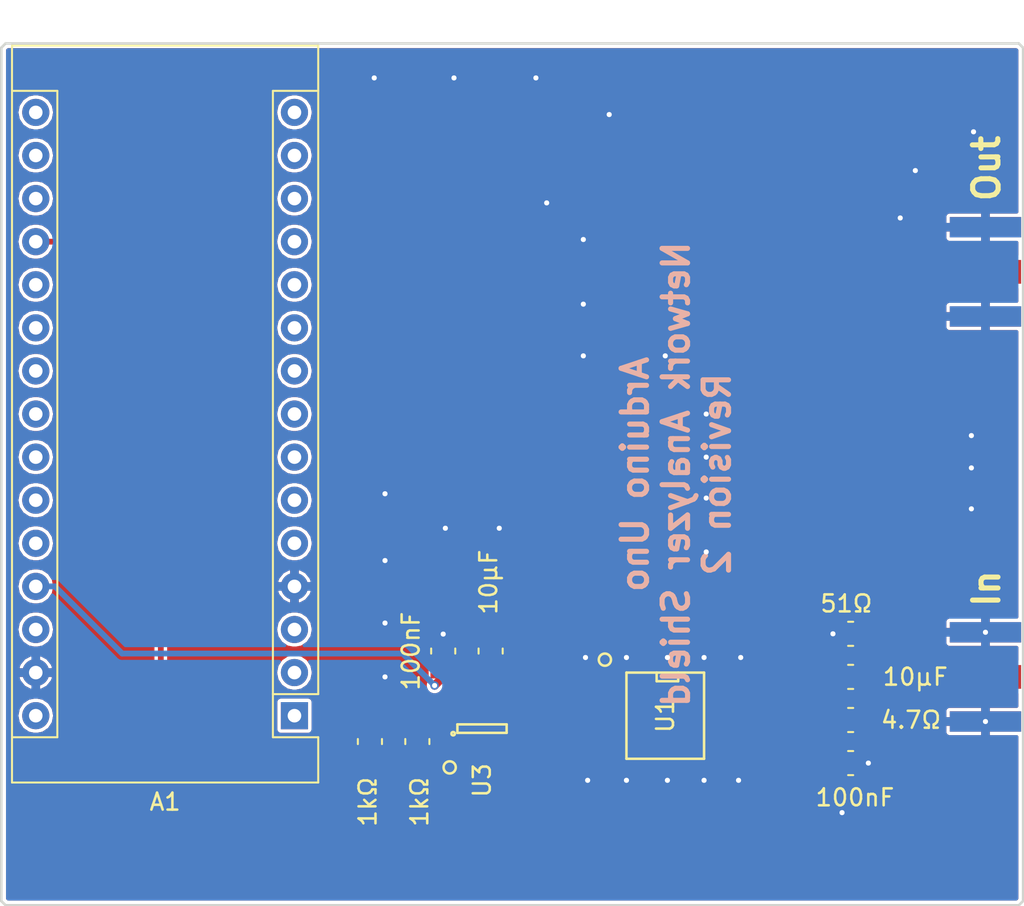
<source format=kicad_pcb>
(kicad_pcb (version 20171130) (host pcbnew 6.0.0-rc1-unknown-0cca1c6~65~ubuntu16.04.1)

  (general
    (thickness 1.6)
    (drawings 13)
    (tracks 127)
    (zones 0)
    (modules 13)
    (nets 10)
  )

  (page A)
  (title_block
    (title "Arduino Spectrum Analyzer Shield")
    (date 2015-12-24)
    (rev 1.0)
  )

  (layers
    (0 F.Cu signal)
    (1 In1.Cu power)
    (2 In2.Cu power)
    (31 B.Cu signal)
    (32 B.Adhes user)
    (33 F.Adhes user)
    (34 B.Paste user)
    (35 F.Paste user)
    (36 B.SilkS user hide)
    (37 F.SilkS user)
    (38 B.Mask user)
    (39 F.Mask user)
    (40 Dwgs.User user)
    (41 Cmts.User user)
    (42 Eco1.User user)
    (43 Eco2.User user)
    (44 Edge.Cuts user)
    (45 Margin user)
    (46 B.CrtYd user)
    (47 F.CrtYd user)
    (48 B.Fab user)
    (49 F.Fab user)
  )

  (setup
    (last_trace_width 0.2032)
    (user_trace_width 0.342)
    (user_trace_width 0.5)
    (user_trace_width 0.762)
    (trace_clearance 0.1524)
    (zone_clearance 0.2032)
    (zone_45_only no)
    (trace_min 0.2032)
    (via_size 0.5)
    (via_drill 0.3)
    (via_min_size 0.4)
    (via_min_drill 0.3)
    (uvia_size 0.3)
    (uvia_drill 0.1)
    (uvias_allowed no)
    (uvia_min_size 0.2)
    (uvia_min_drill 0.1)
    (edge_width 0.15)
    (segment_width 0.2)
    (pcb_text_width 0.3)
    (pcb_text_size 1.5 1.5)
    (mod_edge_width 0.15)
    (mod_text_size 1 1)
    (mod_text_width 0.15)
    (pad_size 2.032 1.7272)
    (pad_drill 1.016)
    (pad_to_mask_clearance 0.2)
    (aux_axis_origin 0 0)
    (visible_elements FFFFFE7F)
    (pcbplotparams
      (layerselection 0x010f0_80000007)
      (usegerberextensions true)
      (usegerberattributes false)
      (usegerberadvancedattributes false)
      (creategerberjobfile false)
      (excludeedgelayer true)
      (linewidth 0.100000)
      (plotframeref false)
      (viasonmask false)
      (mode 1)
      (useauxorigin false)
      (hpglpennumber 1)
      (hpglpenspeed 20)
      (hpglpendiameter 15.000000)
      (psnegative false)
      (psa4output false)
      (plotreference true)
      (plotvalue false)
      (plotinvisibletext false)
      (padsonsilk false)
      (subtractmaskfromsilk false)
      (outputformat 1)
      (mirror false)
      (drillshape 0)
      (scaleselection 1)
      (outputdirectory "/Users/cbkillion/Documents/KiCad Projects/ArduinoSpecAn/Gerbers2/"))
  )

  (net 0 "")
  (net 1 GND)
  (net 2 "Net-(C2-Pad2)")
  (net 3 /Input)
  (net 4 "Net-(C4-Pad2)")
  (net 5 "Net-(C5-Pad1)")
  (net 6 /A0)
  (net 7 /Vmag)
  (net 8 "Net-(R11-Pad2)")
  (net 9 +5V)

  (net_class Default "This is the default net class."
    (clearance 0.1524)
    (trace_width 0.2032)
    (via_dia 0.5)
    (via_drill 0.3)
    (uvia_dia 0.3)
    (uvia_drill 0.1)
    (add_net +5V)
    (add_net /A0)
    (add_net /Input)
    (add_net /Vmag)
    (add_net GND)
    (add_net "Net-(C2-Pad2)")
    (add_net "Net-(C4-Pad2)")
    (add_net "Net-(C5-Pad1)")
    (add_net "Net-(R11-Pad2)")
  )

  (module footprints:SMA_Edgemount (layer F.Cu) (tedit 569C6410) (tstamp 569C63B5)
    (at 163.576 123.19)
    (path /567B2CEE)
    (fp_text reference J1 (at 2.794 4.826) (layer F.SilkS) hide
      (effects (font (size 1 1) (thickness 0.15)))
    )
    (fp_text value SMA (at -0.04 -5.88) (layer F.Fab) hide
      (effects (font (size 1 1) (thickness 0.15)))
    )
    (pad 1 connect rect (at 2.1 0) (size 4.2 1.4) (layers F.Cu F.Mask)
      (net 3 /Input))
    (pad 2 connect rect (at 2.1 2.63) (size 4.2 1.2) (layers F.Cu F.Mask)
      (net 1 GND))
    (pad 3 connect rect (at 2.1 -2.63) (size 4.2 1.2) (layers F.Cu F.Mask)
      (net 1 GND))
    (pad 4 connect rect (at 2.1 -2.63) (size 4.2 1.2) (layers B.Cu B.Mask)
      (net 1 GND))
    (pad 5 connect rect (at 2.1 2.63) (size 4.2 1.2) (layers B.Cu B.Mask)
      (net 1 GND))
  )

  (module footprints:SMA_Edgemount (layer F.Cu) (tedit 569C658D) (tstamp 569C63BE)
    (at 163.576 99.314)
    (path /569C9F74)
    (fp_text reference J2 (at 2.794 4.826) (layer F.SilkS) hide
      (effects (font (size 1 1) (thickness 0.15)))
    )
    (fp_text value SMA (at -0.04 -5.88) (layer F.Fab) hide
      (effects (font (size 1 1) (thickness 0.15)))
    )
    (pad 1 connect rect (at 2.1 0) (size 4.2 1.4) (layers F.Cu F.Mask))
    (pad 2 connect rect (at 2.1 2.63) (size 4.2 1.2) (layers F.Cu F.Mask)
      (net 1 GND))
    (pad 3 connect rect (at 2.1 -2.63) (size 4.2 1.2) (layers F.Cu F.Mask)
      (net 1 GND))
    (pad 4 connect rect (at 2.1 -2.63) (size 4.2 1.2) (layers B.Cu B.Mask)
      (net 1 GND))
    (pad 5 connect rect (at 2.1 2.63) (size 4.2 1.2) (layers B.Cu B.Mask)
      (net 1 GND))
  )

  (module SMD_Packages:SOIC-8-N (layer F.Cu) (tedit 569D29FE) (tstamp 569C6502)
    (at 146.812 125.476 270)
    (descr "Module Narrow CMS SOJ 8 pins large")
    (tags "CMS SOJ")
    (path /567AEDE5)
    (attr smd)
    (fp_text reference U1 (at 0 0 270) (layer F.SilkS)
      (effects (font (size 1 1) (thickness 0.15)))
    )
    (fp_text value AD8307 (at 3.556 0) (layer F.Fab) hide
      (effects (font (size 1 1) (thickness 0.15)))
    )
    (fp_line (start -2.54 -2.286) (end 2.54 -2.286) (layer F.SilkS) (width 0.15))
    (fp_line (start 2.54 -2.286) (end 2.54 2.286) (layer F.SilkS) (width 0.15))
    (fp_line (start 2.54 2.286) (end -2.54 2.286) (layer F.SilkS) (width 0.15))
    (fp_line (start -2.54 2.286) (end -2.54 -2.286) (layer F.SilkS) (width 0.15))
    (fp_line (start -2.54 -0.762) (end -2.032 -0.762) (layer F.SilkS) (width 0.15))
    (fp_line (start -2.032 -0.762) (end -2.032 0.508) (layer F.SilkS) (width 0.15))
    (fp_line (start -2.032 0.508) (end -2.54 0.508) (layer F.SilkS) (width 0.15))
    (pad 8 smd rect (at -1.905 -3.175 270) (size 0.508 1.143) (layers F.Cu F.Paste F.Mask)
      (net 4 "Net-(C4-Pad2)"))
    (pad 7 smd rect (at -0.635 -3.175 270) (size 0.508 1.143) (layers F.Cu F.Paste F.Mask)
      (net 5 "Net-(C5-Pad1)"))
    (pad 6 smd rect (at 0.635 -3.175 270) (size 0.508 1.143) (layers F.Cu F.Paste F.Mask)
      (net 5 "Net-(C5-Pad1)"))
    (pad 5 smd rect (at 1.905 -3.175 270) (size 0.508 1.143) (layers F.Cu F.Paste F.Mask))
    (pad 4 smd rect (at 1.905 3.175 270) (size 0.508 1.143) (layers F.Cu F.Paste F.Mask)
      (net 7 /Vmag))
    (pad 3 smd rect (at 0.635 3.175 270) (size 0.508 1.143) (layers F.Cu F.Paste F.Mask))
    (pad 2 smd rect (at -0.635 3.175 270) (size 0.508 1.143) (layers F.Cu F.Paste F.Mask)
      (net 1 GND))
    (pad 1 smd rect (at -1.905 3.175 270) (size 0.508 1.143) (layers F.Cu F.Paste F.Mask)
      (net 2 "Net-(C2-Pad2)"))
    (model SMD_Packages.3dshapes/SOIC-8-N.wrl
      (at (xyz 0 0 0))
      (scale (xyz 0.5 0.38 0.5))
      (rotate (xyz 0 0 0))
    )
  )

  (module Housings_SOT-23_SOT-143_TSOT-6:SOT-23-5 (layer F.Cu) (tedit 569C654E) (tstamp 569C653F)
    (at 136.017 126.238 90)
    (descr "5-pin SOT23 package")
    (tags SOT-23-5)
    (path /567B52F9)
    (attr smd)
    (fp_text reference U3 (at -3.048 0 90) (layer F.SilkS)
      (effects (font (size 1 1) (thickness 0.15)))
    )
    (fp_text value LM7301 (at -0.05 2.35 90) (layer F.Fab) hide
      (effects (font (size 1 1) (thickness 0.15)))
    )
    (fp_line (start -1.8 -1.6) (end 1.8 -1.6) (layer F.CrtYd) (width 0.05))
    (fp_line (start 1.8 -1.6) (end 1.8 1.6) (layer F.CrtYd) (width 0.05))
    (fp_line (start 1.8 1.6) (end -1.8 1.6) (layer F.CrtYd) (width 0.05))
    (fp_line (start -1.8 1.6) (end -1.8 -1.6) (layer F.CrtYd) (width 0.05))
    (fp_circle (center -0.3 -1.7) (end -0.2 -1.7) (layer F.SilkS) (width 0.15))
    (fp_line (start 0.25 -1.45) (end -0.25 -1.45) (layer F.SilkS) (width 0.15))
    (fp_line (start 0.25 1.45) (end 0.25 -1.45) (layer F.SilkS) (width 0.15))
    (fp_line (start -0.25 1.45) (end 0.25 1.45) (layer F.SilkS) (width 0.15))
    (fp_line (start -0.25 -1.45) (end -0.25 1.45) (layer F.SilkS) (width 0.15))
    (pad 1 smd rect (at -1.1 -0.95 90) (size 1.06 0.65) (layers F.Cu F.Paste F.Mask)
      (net 6 /A0))
    (pad 2 smd rect (at -1.1 0 90) (size 1.06 0.65) (layers F.Cu F.Paste F.Mask)
      (net 1 GND))
    (pad 3 smd rect (at -1.1 0.95 90) (size 1.06 0.65) (layers F.Cu F.Paste F.Mask)
      (net 7 /Vmag))
    (pad 4 smd rect (at 1.1 0.95 90) (size 1.06 0.65) (layers F.Cu F.Paste F.Mask)
      (net 8 "Net-(R11-Pad2)"))
    (pad 5 smd rect (at 1.1 -0.95 90) (size 1.06 0.65) (layers F.Cu F.Paste F.Mask)
      (net 9 +5V))
    (model Housings_SOT-23_SOT-143_TSOT-6.3dshapes/SOT-23-5.wrl
      (at (xyz 0 0 0))
      (scale (xyz 0.11 0.11 0.11))
      (rotate (xyz 0 0 90))
    )
  )

  (module Module:Arduino_Nano (layer F.Cu) (tedit 58ACAF70) (tstamp 5B6CE13F)
    (at 124.968 125.476 180)
    (descr "Arduino Nano, http://www.mouser.com/pdfdocs/Gravitech_Arduino_Nano3_0.pdf")
    (tags "Arduino Nano")
    (path /5B62F53B)
    (fp_text reference A1 (at 7.62 -5.08 180) (layer F.SilkS)
      (effects (font (size 1 1) (thickness 0.15)))
    )
    (fp_text value Arduino_Nano_v3.x (at 8.89 19.05 270) (layer F.Fab)
      (effects (font (size 1 1) (thickness 0.15)))
    )
    (fp_text user %R (at 6.35 19.05 270) (layer F.Fab)
      (effects (font (size 1 1) (thickness 0.15)))
    )
    (fp_line (start 1.27 1.27) (end 1.27 -1.27) (layer F.SilkS) (width 0.12))
    (fp_line (start 1.27 -1.27) (end -1.4 -1.27) (layer F.SilkS) (width 0.12))
    (fp_line (start -1.4 1.27) (end -1.4 39.5) (layer F.SilkS) (width 0.12))
    (fp_line (start -1.4 -3.94) (end -1.4 -1.27) (layer F.SilkS) (width 0.12))
    (fp_line (start 13.97 -1.27) (end 16.64 -1.27) (layer F.SilkS) (width 0.12))
    (fp_line (start 13.97 -1.27) (end 13.97 36.83) (layer F.SilkS) (width 0.12))
    (fp_line (start 13.97 36.83) (end 16.64 36.83) (layer F.SilkS) (width 0.12))
    (fp_line (start 1.27 1.27) (end -1.4 1.27) (layer F.SilkS) (width 0.12))
    (fp_line (start 1.27 1.27) (end 1.27 36.83) (layer F.SilkS) (width 0.12))
    (fp_line (start 1.27 36.83) (end -1.4 36.83) (layer F.SilkS) (width 0.12))
    (fp_line (start 3.81 31.75) (end 11.43 31.75) (layer F.Fab) (width 0.1))
    (fp_line (start 11.43 31.75) (end 11.43 41.91) (layer F.Fab) (width 0.1))
    (fp_line (start 11.43 41.91) (end 3.81 41.91) (layer F.Fab) (width 0.1))
    (fp_line (start 3.81 41.91) (end 3.81 31.75) (layer F.Fab) (width 0.1))
    (fp_line (start -1.4 39.5) (end 16.64 39.5) (layer F.SilkS) (width 0.12))
    (fp_line (start 16.64 39.5) (end 16.64 -3.94) (layer F.SilkS) (width 0.12))
    (fp_line (start 16.64 -3.94) (end -1.4 -3.94) (layer F.SilkS) (width 0.12))
    (fp_line (start 16.51 39.37) (end -1.27 39.37) (layer F.Fab) (width 0.1))
    (fp_line (start -1.27 39.37) (end -1.27 -2.54) (layer F.Fab) (width 0.1))
    (fp_line (start -1.27 -2.54) (end 0 -3.81) (layer F.Fab) (width 0.1))
    (fp_line (start 0 -3.81) (end 16.51 -3.81) (layer F.Fab) (width 0.1))
    (fp_line (start 16.51 -3.81) (end 16.51 39.37) (layer F.Fab) (width 0.1))
    (fp_line (start -1.53 -4.06) (end 16.75 -4.06) (layer F.CrtYd) (width 0.05))
    (fp_line (start -1.53 -4.06) (end -1.53 42.16) (layer F.CrtYd) (width 0.05))
    (fp_line (start 16.75 42.16) (end 16.75 -4.06) (layer F.CrtYd) (width 0.05))
    (fp_line (start 16.75 42.16) (end -1.53 42.16) (layer F.CrtYd) (width 0.05))
    (pad 1 thru_hole rect (at 0 0 180) (size 1.6 1.6) (drill 0.8) (layers *.Cu *.Mask))
    (pad 17 thru_hole oval (at 15.24 33.02 180) (size 1.6 1.6) (drill 0.8) (layers *.Cu *.Mask))
    (pad 2 thru_hole oval (at 0 2.54 180) (size 1.6 1.6) (drill 0.8) (layers *.Cu *.Mask))
    (pad 18 thru_hole oval (at 15.24 30.48 180) (size 1.6 1.6) (drill 0.8) (layers *.Cu *.Mask))
    (pad 3 thru_hole oval (at 0 5.08 180) (size 1.6 1.6) (drill 0.8) (layers *.Cu *.Mask))
    (pad 19 thru_hole oval (at 15.24 27.94 180) (size 1.6 1.6) (drill 0.8) (layers *.Cu *.Mask)
      (net 6 /A0))
    (pad 4 thru_hole oval (at 0 7.62 180) (size 1.6 1.6) (drill 0.8) (layers *.Cu *.Mask)
      (net 1 GND))
    (pad 20 thru_hole oval (at 15.24 25.4 180) (size 1.6 1.6) (drill 0.8) (layers *.Cu *.Mask))
    (pad 5 thru_hole oval (at 0 10.16 180) (size 1.6 1.6) (drill 0.8) (layers *.Cu *.Mask))
    (pad 21 thru_hole oval (at 15.24 22.86 180) (size 1.6 1.6) (drill 0.8) (layers *.Cu *.Mask))
    (pad 6 thru_hole oval (at 0 12.7 180) (size 1.6 1.6) (drill 0.8) (layers *.Cu *.Mask))
    (pad 22 thru_hole oval (at 15.24 20.32 180) (size 1.6 1.6) (drill 0.8) (layers *.Cu *.Mask))
    (pad 7 thru_hole oval (at 0 15.24 180) (size 1.6 1.6) (drill 0.8) (layers *.Cu *.Mask))
    (pad 23 thru_hole oval (at 15.24 17.78 180) (size 1.6 1.6) (drill 0.8) (layers *.Cu *.Mask))
    (pad 8 thru_hole oval (at 0 17.78 180) (size 1.6 1.6) (drill 0.8) (layers *.Cu *.Mask))
    (pad 24 thru_hole oval (at 15.24 15.24 180) (size 1.6 1.6) (drill 0.8) (layers *.Cu *.Mask))
    (pad 9 thru_hole oval (at 0 20.32 180) (size 1.6 1.6) (drill 0.8) (layers *.Cu *.Mask))
    (pad 25 thru_hole oval (at 15.24 12.7 180) (size 1.6 1.6) (drill 0.8) (layers *.Cu *.Mask))
    (pad 10 thru_hole oval (at 0 22.86 180) (size 1.6 1.6) (drill 0.8) (layers *.Cu *.Mask))
    (pad 26 thru_hole oval (at 15.24 10.16 180) (size 1.6 1.6) (drill 0.8) (layers *.Cu *.Mask))
    (pad 11 thru_hole oval (at 0 25.4 180) (size 1.6 1.6) (drill 0.8) (layers *.Cu *.Mask))
    (pad 27 thru_hole oval (at 15.24 7.62 180) (size 1.6 1.6) (drill 0.8) (layers *.Cu *.Mask)
      (net 9 +5V))
    (pad 12 thru_hole oval (at 0 27.94 180) (size 1.6 1.6) (drill 0.8) (layers *.Cu *.Mask))
    (pad 28 thru_hole oval (at 15.24 5.08 180) (size 1.6 1.6) (drill 0.8) (layers *.Cu *.Mask))
    (pad 13 thru_hole oval (at 0 30.48 180) (size 1.6 1.6) (drill 0.8) (layers *.Cu *.Mask))
    (pad 29 thru_hole oval (at 15.24 2.54 180) (size 1.6 1.6) (drill 0.8) (layers *.Cu *.Mask)
      (net 1 GND))
    (pad 14 thru_hole oval (at 0 33.02 180) (size 1.6 1.6) (drill 0.8) (layers *.Cu *.Mask))
    (pad 30 thru_hole oval (at 15.24 0 180) (size 1.6 1.6) (drill 0.8) (layers *.Cu *.Mask))
    (pad 15 thru_hole oval (at 0 35.56 180) (size 1.6 1.6) (drill 0.8) (layers *.Cu *.Mask))
    (pad 16 thru_hole oval (at 15.24 35.56 180) (size 1.6 1.6) (drill 0.8) (layers *.Cu *.Mask))
    (model ${KISYS3DMOD}/Module.3dshapes/Arduino_Nano_WithMountingHoles.wrl
      (at (xyz 0 0 0))
      (scale (xyz 1 1 1))
      (rotate (xyz 0 0 0))
    )
  )

  (module Capacitor_SMD:C_0805_2012Metric_Pad1.15x1.50mm_HandSolder (layer F.Cu) (tedit 59FE48B8) (tstamp 5B6CE0B9)
    (at 136.525 121.666 270)
    (descr "Capacitor SMD 0805 (2012 Metric), square (rectangular) end terminal, IPC_7351 nominal with elongated pad for handsoldering. (Body size source: http://www.tortai-tech.com/upload/download/2011102023233369053.pdf), generated with kicad-footprint-generator")
    (tags "capacitor handsolder")
    (path /567B2606)
    (attr smd)
    (fp_text reference C2 (at 0 -1.85 270) (layer F.SilkS) hide
      (effects (font (size 1 1) (thickness 0.15)))
    )
    (fp_text value 10µF (at -4.064 0.127 270) (layer F.SilkS)
      (effects (font (size 1 1) (thickness 0.15)))
    )
    (fp_line (start -1 0.6) (end -1 -0.6) (layer F.Fab) (width 0.1))
    (fp_line (start -1 -0.6) (end 1 -0.6) (layer F.Fab) (width 0.1))
    (fp_line (start 1 -0.6) (end 1 0.6) (layer F.Fab) (width 0.1))
    (fp_line (start 1 0.6) (end -1 0.6) (layer F.Fab) (width 0.1))
    (fp_line (start -0.15 -0.71) (end 0.15 -0.71) (layer F.SilkS) (width 0.12))
    (fp_line (start -0.15 0.71) (end 0.15 0.71) (layer F.SilkS) (width 0.12))
    (fp_line (start -1.86 1) (end -1.86 -1) (layer F.CrtYd) (width 0.05))
    (fp_line (start -1.86 -1) (end 1.86 -1) (layer F.CrtYd) (width 0.05))
    (fp_line (start 1.86 -1) (end 1.86 1) (layer F.CrtYd) (width 0.05))
    (fp_line (start 1.86 1) (end -1.86 1) (layer F.CrtYd) (width 0.05))
    (fp_text user %R (at 0 0 270) (layer F.Fab)
      (effects (font (size 0.5 0.5) (thickness 0.08)))
    )
    (pad 1 smd rect (at -1.0425 0 270) (size 1.145 1.5) (layers F.Cu F.Paste F.Mask)
      (net 1 GND))
    (pad 2 smd rect (at 1.0425 0 270) (size 1.145 1.5) (layers F.Cu F.Paste F.Mask)
      (net 2 "Net-(C2-Pad2)"))
    (model ${KISYS3DMOD}/Capacitor_SMD.3dshapes/C_0805_2012Metric.wrl
      (at (xyz 0 0 0))
      (scale (xyz 1 1 1))
      (rotate (xyz 0 0 0))
    )
  )

  (module Capacitor_SMD:C_0805_2012Metric_Pad1.15x1.50mm_HandSolder (layer F.Cu) (tedit 59FE48B8) (tstamp 5B6CE0C9)
    (at 157.734 123.19 180)
    (descr "Capacitor SMD 0805 (2012 Metric), square (rectangular) end terminal, IPC_7351 nominal with elongated pad for handsoldering. (Body size source: http://www.tortai-tech.com/upload/download/2011102023233369053.pdf), generated with kicad-footprint-generator")
    (tags "capacitor handsolder")
    (path /567B275A)
    (attr smd)
    (fp_text reference C4 (at 0 -1.85 180) (layer F.SilkS) hide
      (effects (font (size 1 1) (thickness 0.15)))
    )
    (fp_text value 10µF (at -3.81 0 180) (layer F.SilkS)
      (effects (font (size 1 1) (thickness 0.15)))
    )
    (fp_text user %R (at 0 0 180) (layer F.Fab)
      (effects (font (size 0.5 0.5) (thickness 0.08)))
    )
    (fp_line (start 1.86 1) (end -1.86 1) (layer F.CrtYd) (width 0.05))
    (fp_line (start 1.86 -1) (end 1.86 1) (layer F.CrtYd) (width 0.05))
    (fp_line (start -1.86 -1) (end 1.86 -1) (layer F.CrtYd) (width 0.05))
    (fp_line (start -1.86 1) (end -1.86 -1) (layer F.CrtYd) (width 0.05))
    (fp_line (start -0.15 0.71) (end 0.15 0.71) (layer F.SilkS) (width 0.12))
    (fp_line (start -0.15 -0.71) (end 0.15 -0.71) (layer F.SilkS) (width 0.12))
    (fp_line (start 1 0.6) (end -1 0.6) (layer F.Fab) (width 0.1))
    (fp_line (start 1 -0.6) (end 1 0.6) (layer F.Fab) (width 0.1))
    (fp_line (start -1 -0.6) (end 1 -0.6) (layer F.Fab) (width 0.1))
    (fp_line (start -1 0.6) (end -1 -0.6) (layer F.Fab) (width 0.1))
    (pad 2 smd rect (at 1.0425 0 180) (size 1.145 1.5) (layers F.Cu F.Paste F.Mask)
      (net 4 "Net-(C4-Pad2)"))
    (pad 1 smd rect (at -1.0425 0 180) (size 1.145 1.5) (layers F.Cu F.Paste F.Mask)
      (net 3 /Input))
    (model ${KISYS3DMOD}/Capacitor_SMD.3dshapes/C_0805_2012Metric.wrl
      (at (xyz 0 0 0))
      (scale (xyz 1 1 1))
      (rotate (xyz 0 0 0))
    )
  )

  (module Capacitor_SMD:C_0805_2012Metric_Pad1.15x1.50mm_HandSolder (layer F.Cu) (tedit 59FE48B8) (tstamp 5B6CE0D9)
    (at 157.734 128.27)
    (descr "Capacitor SMD 0805 (2012 Metric), square (rectangular) end terminal, IPC_7351 nominal with elongated pad for handsoldering. (Body size source: http://www.tortai-tech.com/upload/download/2011102023233369053.pdf), generated with kicad-footprint-generator")
    (tags "capacitor handsolder")
    (path /567C63EB)
    (attr smd)
    (fp_text reference C5 (at 0 -1.85) (layer F.SilkS) hide
      (effects (font (size 1 1) (thickness 0.15)))
    )
    (fp_text value 100nF (at 0.254 2.032) (layer F.SilkS)
      (effects (font (size 1 1) (thickness 0.15)))
    )
    (fp_line (start -1 0.6) (end -1 -0.6) (layer F.Fab) (width 0.1))
    (fp_line (start -1 -0.6) (end 1 -0.6) (layer F.Fab) (width 0.1))
    (fp_line (start 1 -0.6) (end 1 0.6) (layer F.Fab) (width 0.1))
    (fp_line (start 1 0.6) (end -1 0.6) (layer F.Fab) (width 0.1))
    (fp_line (start -0.15 -0.71) (end 0.15 -0.71) (layer F.SilkS) (width 0.12))
    (fp_line (start -0.15 0.71) (end 0.15 0.71) (layer F.SilkS) (width 0.12))
    (fp_line (start -1.86 1) (end -1.86 -1) (layer F.CrtYd) (width 0.05))
    (fp_line (start -1.86 -1) (end 1.86 -1) (layer F.CrtYd) (width 0.05))
    (fp_line (start 1.86 -1) (end 1.86 1) (layer F.CrtYd) (width 0.05))
    (fp_line (start 1.86 1) (end -1.86 1) (layer F.CrtYd) (width 0.05))
    (fp_text user %R (at 0 0) (layer F.Fab)
      (effects (font (size 0.5 0.5) (thickness 0.08)))
    )
    (pad 1 smd rect (at -1.0425 0) (size 1.145 1.5) (layers F.Cu F.Paste F.Mask)
      (net 5 "Net-(C5-Pad1)"))
    (pad 2 smd rect (at 1.0425 0) (size 1.145 1.5) (layers F.Cu F.Paste F.Mask)
      (net 1 GND))
    (model ${KISYS3DMOD}/Capacitor_SMD.3dshapes/C_0805_2012Metric.wrl
      (at (xyz 0 0 0))
      (scale (xyz 1 1 1))
      (rotate (xyz 0 0 0))
    )
  )

  (module Resistor_SMD:R_0805_2012Metric_Pad1.15x1.50mm_HandSolder (layer F.Cu) (tedit 59FE48B8) (tstamp 5B6CE0E9)
    (at 157.734 120.65)
    (descr "Resistor SMD 0805 (2012 Metric), square (rectangular) end terminal, IPC_7351 nominal with elongated pad for handsoldering. (Body size source: http://www.tortai-tech.com/upload/download/2011102023233369053.pdf), generated with kicad-footprint-generator")
    (tags "resistor handsolder")
    (path /567B27BA)
    (attr smd)
    (fp_text reference R2 (at 0 -1.85) (layer F.SilkS) hide
      (effects (font (size 1 1) (thickness 0.15)))
    )
    (fp_text value 51Ω (at -0.254 -1.778) (layer F.SilkS)
      (effects (font (size 1 1) (thickness 0.15)))
    )
    (fp_line (start -1 0.6) (end -1 -0.6) (layer F.Fab) (width 0.1))
    (fp_line (start -1 -0.6) (end 1 -0.6) (layer F.Fab) (width 0.1))
    (fp_line (start 1 -0.6) (end 1 0.6) (layer F.Fab) (width 0.1))
    (fp_line (start 1 0.6) (end -1 0.6) (layer F.Fab) (width 0.1))
    (fp_line (start -0.15 -0.71) (end 0.15 -0.71) (layer F.SilkS) (width 0.12))
    (fp_line (start -0.15 0.71) (end 0.15 0.71) (layer F.SilkS) (width 0.12))
    (fp_line (start -1.86 1) (end -1.86 -1) (layer F.CrtYd) (width 0.05))
    (fp_line (start -1.86 -1) (end 1.86 -1) (layer F.CrtYd) (width 0.05))
    (fp_line (start 1.86 -1) (end 1.86 1) (layer F.CrtYd) (width 0.05))
    (fp_line (start 1.86 1) (end -1.86 1) (layer F.CrtYd) (width 0.05))
    (fp_text user %R (at 0 0) (layer F.Fab)
      (effects (font (size 0.5 0.5) (thickness 0.08)))
    )
    (pad 1 smd rect (at -1.0425 0) (size 1.145 1.5) (layers F.Cu F.Paste F.Mask)
      (net 1 GND))
    (pad 2 smd rect (at 1.0425 0) (size 1.145 1.5) (layers F.Cu F.Paste F.Mask)
      (net 3 /Input))
    (model ${KISYS3DMOD}/Resistor_SMD.3dshapes/R_0805_2012Metric.wrl
      (at (xyz 0 0 0))
      (scale (xyz 1 1 1))
      (rotate (xyz 0 0 0))
    )
  )

  (module Resistor_SMD:R_0805_2012Metric_Pad1.15x1.50mm_HandSolder (layer F.Cu) (tedit 59FE48B8) (tstamp 5B6CE0F9)
    (at 157.734 125.73)
    (descr "Resistor SMD 0805 (2012 Metric), square (rectangular) end terminal, IPC_7351 nominal with elongated pad for handsoldering. (Body size source: http://www.tortai-tech.com/upload/download/2011102023233369053.pdf), generated with kicad-footprint-generator")
    (tags "resistor handsolder")
    (path /567B2F06)
    (attr smd)
    (fp_text reference R3 (at 0 -1.85) (layer F.SilkS) hide
      (effects (font (size 1 1) (thickness 0.15)))
    )
    (fp_text value 4.7Ω (at 3.556 0) (layer F.SilkS)
      (effects (font (size 1 1) (thickness 0.15)))
    )
    (fp_text user %R (at 0 0) (layer F.Fab)
      (effects (font (size 0.5 0.5) (thickness 0.08)))
    )
    (fp_line (start 1.86 1) (end -1.86 1) (layer F.CrtYd) (width 0.05))
    (fp_line (start 1.86 -1) (end 1.86 1) (layer F.CrtYd) (width 0.05))
    (fp_line (start -1.86 -1) (end 1.86 -1) (layer F.CrtYd) (width 0.05))
    (fp_line (start -1.86 1) (end -1.86 -1) (layer F.CrtYd) (width 0.05))
    (fp_line (start -0.15 0.71) (end 0.15 0.71) (layer F.SilkS) (width 0.12))
    (fp_line (start -0.15 -0.71) (end 0.15 -0.71) (layer F.SilkS) (width 0.12))
    (fp_line (start 1 0.6) (end -1 0.6) (layer F.Fab) (width 0.1))
    (fp_line (start 1 -0.6) (end 1 0.6) (layer F.Fab) (width 0.1))
    (fp_line (start -1 -0.6) (end 1 -0.6) (layer F.Fab) (width 0.1))
    (fp_line (start -1 0.6) (end -1 -0.6) (layer F.Fab) (width 0.1))
    (pad 2 smd rect (at 1.0425 0) (size 1.145 1.5) (layers F.Cu F.Paste F.Mask)
      (net 9 +5V))
    (pad 1 smd rect (at -1.0425 0) (size 1.145 1.5) (layers F.Cu F.Paste F.Mask)
      (net 5 "Net-(C5-Pad1)"))
    (model ${KISYS3DMOD}/Resistor_SMD.3dshapes/R_0805_2012Metric.wrl
      (at (xyz 0 0 0))
      (scale (xyz 1 1 1))
      (rotate (xyz 0 0 0))
    )
  )

  (module Resistor_SMD:R_0805_2012Metric_Pad1.15x1.50mm_HandSolder (layer F.Cu) (tedit 59FE48B8) (tstamp 5B6CE109)
    (at 129.413 127 90)
    (descr "Resistor SMD 0805 (2012 Metric), square (rectangular) end terminal, IPC_7351 nominal with elongated pad for handsoldering. (Body size source: http://www.tortai-tech.com/upload/download/2011102023233369053.pdf), generated with kicad-footprint-generator")
    (tags "resistor handsolder")
    (path /569C497B)
    (attr smd)
    (fp_text reference R11 (at 0 -1.85 90) (layer F.SilkS) hide
      (effects (font (size 1 1) (thickness 0.15)))
    )
    (fp_text value 1kΩ (at -3.556 -0.127 90) (layer F.SilkS)
      (effects (font (size 1 1) (thickness 0.15)))
    )
    (fp_text user %R (at 0 0 90) (layer F.Fab)
      (effects (font (size 0.5 0.5) (thickness 0.08)))
    )
    (fp_line (start 1.86 1) (end -1.86 1) (layer F.CrtYd) (width 0.05))
    (fp_line (start 1.86 -1) (end 1.86 1) (layer F.CrtYd) (width 0.05))
    (fp_line (start -1.86 -1) (end 1.86 -1) (layer F.CrtYd) (width 0.05))
    (fp_line (start -1.86 1) (end -1.86 -1) (layer F.CrtYd) (width 0.05))
    (fp_line (start -0.15 0.71) (end 0.15 0.71) (layer F.SilkS) (width 0.12))
    (fp_line (start -0.15 -0.71) (end 0.15 -0.71) (layer F.SilkS) (width 0.12))
    (fp_line (start 1 0.6) (end -1 0.6) (layer F.Fab) (width 0.1))
    (fp_line (start 1 -0.6) (end 1 0.6) (layer F.Fab) (width 0.1))
    (fp_line (start -1 -0.6) (end 1 -0.6) (layer F.Fab) (width 0.1))
    (fp_line (start -1 0.6) (end -1 -0.6) (layer F.Fab) (width 0.1))
    (pad 2 smd rect (at 1.0425 0 90) (size 1.145 1.5) (layers F.Cu F.Paste F.Mask)
      (net 8 "Net-(R11-Pad2)"))
    (pad 1 smd rect (at -1.0425 0 90) (size 1.145 1.5) (layers F.Cu F.Paste F.Mask)
      (net 1 GND))
    (model ${KISYS3DMOD}/Resistor_SMD.3dshapes/R_0805_2012Metric.wrl
      (at (xyz 0 0 0))
      (scale (xyz 1 1 1))
      (rotate (xyz 0 0 0))
    )
  )

  (module Resistor_SMD:R_0805_2012Metric_Pad1.15x1.50mm_HandSolder (layer F.Cu) (tedit 59FE48B8) (tstamp 5B6CE119)
    (at 132.207 127 270)
    (descr "Resistor SMD 0805 (2012 Metric), square (rectangular) end terminal, IPC_7351 nominal with elongated pad for handsoldering. (Body size source: http://www.tortai-tech.com/upload/download/2011102023233369053.pdf), generated with kicad-footprint-generator")
    (tags "resistor handsolder")
    (path /569C48EE)
    (attr smd)
    (fp_text reference R12 (at 0 -1.85 270) (layer F.SilkS) hide
      (effects (font (size 1 1) (thickness 0.15)))
    )
    (fp_text value 1kΩ (at 3.556 -0.127 270) (layer F.SilkS)
      (effects (font (size 1 1) (thickness 0.15)))
    )
    (fp_line (start -1 0.6) (end -1 -0.6) (layer F.Fab) (width 0.1))
    (fp_line (start -1 -0.6) (end 1 -0.6) (layer F.Fab) (width 0.1))
    (fp_line (start 1 -0.6) (end 1 0.6) (layer F.Fab) (width 0.1))
    (fp_line (start 1 0.6) (end -1 0.6) (layer F.Fab) (width 0.1))
    (fp_line (start -0.15 -0.71) (end 0.15 -0.71) (layer F.SilkS) (width 0.12))
    (fp_line (start -0.15 0.71) (end 0.15 0.71) (layer F.SilkS) (width 0.12))
    (fp_line (start -1.86 1) (end -1.86 -1) (layer F.CrtYd) (width 0.05))
    (fp_line (start -1.86 -1) (end 1.86 -1) (layer F.CrtYd) (width 0.05))
    (fp_line (start 1.86 -1) (end 1.86 1) (layer F.CrtYd) (width 0.05))
    (fp_line (start 1.86 1) (end -1.86 1) (layer F.CrtYd) (width 0.05))
    (fp_text user %R (at 0 0 270) (layer F.Fab)
      (effects (font (size 0.5 0.5) (thickness 0.08)))
    )
    (pad 1 smd rect (at -1.0425 0 270) (size 1.145 1.5) (layers F.Cu F.Paste F.Mask)
      (net 8 "Net-(R11-Pad2)"))
    (pad 2 smd rect (at 1.0425 0 270) (size 1.145 1.5) (layers F.Cu F.Paste F.Mask)
      (net 6 /A0))
    (model ${KISYS3DMOD}/Resistor_SMD.3dshapes/R_0805_2012Metric.wrl
      (at (xyz 0 0 0))
      (scale (xyz 1 1 1))
      (rotate (xyz 0 0 0))
    )
  )

  (module Capacitor_SMD:C_0805_2012Metric_Pad1.15x1.50mm_HandSolder (layer F.Cu) (tedit 59FE48B8) (tstamp 5B6CE245)
    (at 133.731 121.666 90)
    (descr "Capacitor SMD 0805 (2012 Metric), square (rectangular) end terminal, IPC_7351 nominal with elongated pad for handsoldering. (Body size source: http://www.tortai-tech.com/upload/download/2011102023233369053.pdf), generated with kicad-footprint-generator")
    (tags "capacitor handsolder")
    (path /567C6228)
    (attr smd)
    (fp_text reference C15 (at 0 -1.85 90) (layer F.SilkS) hide
      (effects (font (size 1 1) (thickness 0.15)))
    )
    (fp_text value 100nF (at 0 -1.905 90) (layer F.SilkS)
      (effects (font (size 1 1) (thickness 0.15)))
    )
    (fp_line (start -1 0.6) (end -1 -0.6) (layer F.Fab) (width 0.1))
    (fp_line (start -1 -0.6) (end 1 -0.6) (layer F.Fab) (width 0.1))
    (fp_line (start 1 -0.6) (end 1 0.6) (layer F.Fab) (width 0.1))
    (fp_line (start 1 0.6) (end -1 0.6) (layer F.Fab) (width 0.1))
    (fp_line (start -0.15 -0.71) (end 0.15 -0.71) (layer F.SilkS) (width 0.12))
    (fp_line (start -0.15 0.71) (end 0.15 0.71) (layer F.SilkS) (width 0.12))
    (fp_line (start -1.86 1) (end -1.86 -1) (layer F.CrtYd) (width 0.05))
    (fp_line (start -1.86 -1) (end 1.86 -1) (layer F.CrtYd) (width 0.05))
    (fp_line (start 1.86 -1) (end 1.86 1) (layer F.CrtYd) (width 0.05))
    (fp_line (start 1.86 1) (end -1.86 1) (layer F.CrtYd) (width 0.05))
    (fp_text user %R (at 0 0 90) (layer F.Fab)
      (effects (font (size 0.5 0.5) (thickness 0.08)))
    )
    (pad 1 smd rect (at -1.0425 0 90) (size 1.145 1.5) (layers F.Cu F.Paste F.Mask)
      (net 9 +5V))
    (pad 2 smd rect (at 1.0425 0 90) (size 1.145 1.5) (layers F.Cu F.Paste F.Mask)
      (net 1 GND))
    (model ${KISYS3DMOD}/Capacitor_SMD.3dshapes/C_0805_2012Metric.wrl
      (at (xyz 0 0 0))
      (scale (xyz 1 1 1))
      (rotate (xyz 0 0 0))
    )
  )

  (gr_circle (center 134.112 128.524) (end 134.366 128.778) (layer F.SilkS) (width 0.15) (tstamp 5B61542A))
  (gr_circle (center 143.256 122.174) (end 143.51 122.428) (layer F.SilkS) (width 0.15))
  (gr_line (start 107.95 136.652) (end 167.64 136.652) (angle 90) (layer Edge.Cuts) (width 0.15))
  (gr_line (start 107.696 136.398) (end 107.95 136.652) (angle 90) (layer Edge.Cuts) (width 0.15))
  (gr_line (start 167.64 136.652) (end 167.894 136.398) (angle 90) (layer Edge.Cuts) (width 0.15))
  (gr_line (start 167.64 85.852) (end 167.894 86.106) (angle 90) (layer Edge.Cuts) (width 0.15))
  (gr_line (start 107.95 85.852) (end 107.696 86.106) (angle 90) (layer Edge.Cuts) (width 0.15))
  (gr_line (start 167.64 85.852) (end 107.95 85.852) (angle 90) (layer Edge.Cuts) (width 0.15))
  (gr_text "Arduino Uno\nNetwork Analyzer Shield\nRevision 2" (at 147.447 111.252 90) (layer B.SilkS)
    (effects (font (size 1.5 1.5) (thickness 0.3)) (justify mirror))
  )
  (gr_text In (at 165.735 117.983 90) (layer F.SilkS)
    (effects (font (size 1.5 1.5) (thickness 0.3)))
  )
  (gr_text Out (at 165.735 93.218 90.4) (layer F.SilkS) (tstamp 5B61528D)
    (effects (font (size 1.5 1.5) (thickness 0.3)))
  )
  (gr_line (start 107.696 136.398) (end 107.696 86.106) (angle 90) (layer Edge.Cuts) (width 0.15))
  (gr_line (start 167.894 86.106) (end 167.894 136.398) (angle 90) (layer Edge.Cuts) (width 0.15))

  (via (at 164.846 108.966) (size 0.5) (drill 0.3) (layers F.Cu B.Cu) (net 1))
  (via (at 164.846 113.284) (size 0.5) (drill 0.3) (layers F.Cu B.Cu) (net 1))
  (segment (start 164.846 113.284) (end 164.846 110.871) (width 0.342) (layer F.Cu) (net 1) (tstamp 569D54DC))
  (via (at 164.846 110.871) (size 0.5) (drill 0.3) (layers F.Cu B.Cu) (net 1))
  (segment (start 164.846 110.871) (end 164.846 108.966) (width 0.342) (layer B.Cu) (net 1) (tstamp 569D54D9))
  (via (at 164.973 91.059) (size 0.5) (drill 0.3) (layers F.Cu B.Cu) (net 1))
  (via (at 160.655 96.139) (size 0.5) (drill 0.3) (layers F.Cu B.Cu) (net 1))
  (segment (start 160.655 96.139) (end 160.655 94.234) (width 0.342) (layer B.Cu) (net 1) (tstamp 569D54C7))
  (segment (start 161.544 93.345) (end 160.655 94.234) (width 0.342) (layer B.Cu) (net 1) (tstamp 569D54C6))
  (via (at 161.544 93.345) (size 0.5) (drill 0.3) (layers F.Cu B.Cu) (net 1))
  (segment (start 162.687 93.345) (end 161.544 93.345) (width 0.342) (layer F.Cu) (net 1) (tstamp 569D54C4))
  (segment (start 162.687 93.345) (end 164.973 91.059) (width 0.342) (layer F.Cu) (net 1) (tstamp 569D54C3))
  (via (at 157.226 131.191) (size 0.5) (drill 0.3) (layers F.Cu B.Cu) (net 1))
  (via (at 129.667 87.884) (size 0.5) (drill 0.3) (layers F.Cu B.Cu) (net 1))
  (via (at 143.51 90.043) (size 0.5) (drill 0.3) (layers F.Cu B.Cu) (net 1))
  (segment (start 143.51 90.043) (end 143.51 89.154) (width 0.342) (layer B.Cu) (net 1) (tstamp 569D5468))
  (segment (start 142.24 87.884) (end 143.51 89.154) (width 0.342) (layer B.Cu) (net 1) (tstamp 569D5465))
  (segment (start 139.192 87.884) (end 142.24 87.884) (width 0.342) (layer B.Cu) (net 1) (tstamp 569D5464))
  (via (at 139.192 87.884) (size 0.5) (drill 0.3) (layers F.Cu B.Cu) (net 1))
  (segment (start 134.366 87.884) (end 139.192 87.884) (width 0.342) (layer F.Cu) (net 1) (tstamp 569D5461))
  (via (at 134.366 87.884) (size 0.5) (drill 0.3) (layers F.Cu B.Cu) (net 1))
  (segment (start 134.366 87.884) (end 129.667 87.884) (width 0.342) (layer B.Cu) (net 1) (tstamp 569D545E))
  (via (at 139.827 95.25) (size 0.5) (drill 0.3) (layers F.Cu B.Cu) (net 1))
  (via (at 146.812 104.267) (size 0.5) (drill 0.3) (layers F.Cu B.Cu) (net 1))
  (segment (start 146.812 104.267) (end 141.986 104.267) (width 0.342) (layer B.Cu) (net 1) (tstamp 569D5458))
  (via (at 141.986 104.267) (size 0.5) (drill 0.3) (layers F.Cu B.Cu) (net 1))
  (segment (start 141.986 101.219) (end 141.986 104.267) (width 0.342) (layer F.Cu) (net 1) (tstamp 569D5455))
  (via (at 141.986 101.219) (size 0.5) (drill 0.3) (layers F.Cu B.Cu) (net 1))
  (segment (start 141.986 97.409) (end 141.986 101.219) (width 0.342) (layer B.Cu) (net 1) (tstamp 569D5452))
  (via (at 141.986 97.409) (size 0.5) (drill 0.3) (layers F.Cu B.Cu) (net 1))
  (segment (start 141.986 97.409) (end 139.827 95.25) (width 0.342) (layer F.Cu) (net 1) (tstamp 569D544F))
  (via (at 149.225 107.696) (size 0.5) (drill 0.3) (layers F.Cu B.Cu) (net 1))
  (via (at 149.225 115.824) (size 0.5) (drill 0.3) (layers F.Cu B.Cu) (net 1))
  (segment (start 149.225 115.824) (end 149.225 112.649) (width 0.342) (layer F.Cu) (net 1) (tstamp 569D543B))
  (via (at 149.225 112.649) (size 0.5) (drill 0.3) (layers F.Cu B.Cu) (net 1))
  (segment (start 149.225 110.236) (end 149.225 112.649) (width 0.342) (layer B.Cu) (net 1) (tstamp 569D5438))
  (via (at 149.225 110.236) (size 0.5) (drill 0.3) (layers F.Cu B.Cu) (net 1))
  (segment (start 149.225 110.236) (end 149.225 107.696) (width 0.342) (layer F.Cu) (net 1) (tstamp 569D5432))
  (via (at 130.302 123.19) (size 0.5) (drill 0.3) (layers F.Cu B.Cu) (net 1))
  (via (at 137.033 114.427) (size 0.5) (drill 0.3) (layers F.Cu B.Cu) (net 1))
  (segment (start 137.033 114.427) (end 133.858 114.427) (width 0.342) (layer F.Cu) (net 1) (tstamp 569D5429))
  (via (at 133.858 114.427) (size 0.5) (drill 0.3) (layers F.Cu B.Cu) (net 1))
  (segment (start 132.334 114.427) (end 133.858 114.427) (width 0.342) (layer B.Cu) (net 1) (tstamp 569D5425))
  (segment (start 130.302 112.395) (end 132.334 114.427) (width 0.342) (layer B.Cu) (net 1) (tstamp 569D5424))
  (via (at 130.302 112.395) (size 0.5) (drill 0.3) (layers F.Cu B.Cu) (net 1))
  (segment (start 130.302 116.332) (end 130.302 112.395) (width 0.342) (layer F.Cu) (net 1) (tstamp 569D5421))
  (via (at 130.302 116.332) (size 0.5) (drill 0.3) (layers F.Cu B.Cu) (net 1))
  (segment (start 130.302 120.015) (end 130.302 116.332) (width 0.342) (layer B.Cu) (net 1) (tstamp 569D541D))
  (via (at 130.302 120.015) (size 0.5) (drill 0.3) (layers F.Cu B.Cu) (net 1))
  (segment (start 130.302 120.015) (end 130.302 123.19) (width 0.342) (layer F.Cu) (net 1) (tstamp 569D5418))
  (via (at 142.24 129.286) (size 0.5) (drill 0.3) (layers F.Cu B.Cu) (net 1))
  (via (at 151.13 129.286) (size 0.5) (drill 0.3) (layers F.Cu B.Cu) (net 1))
  (segment (start 151.13 129.286) (end 149.098 129.286) (width 0.342) (layer F.Cu) (net 1) (tstamp 569D53FC))
  (via (at 149.098 129.286) (size 0.5) (drill 0.3) (layers F.Cu B.Cu) (net 1))
  (segment (start 146.939 129.286) (end 149.098 129.286) (width 0.342) (layer B.Cu) (net 1) (tstamp 569D53F8))
  (via (at 146.939 129.286) (size 0.5) (drill 0.3) (layers F.Cu B.Cu) (net 1))
  (segment (start 144.526 129.286) (end 146.939 129.286) (width 0.342) (layer F.Cu) (net 1) (tstamp 569D53F2))
  (via (at 144.526 129.286) (size 0.5) (drill 0.3) (layers F.Cu B.Cu) (net 1))
  (segment (start 144.526 129.286) (end 142.24 129.286) (width 0.342) (layer B.Cu) (net 1) (tstamp 569D53EB))
  (via (at 142.113 122.047) (size 0.5) (drill 0.3) (layers F.Cu B.Cu) (net 1))
  (via (at 151.257 122.047) (size 0.5) (drill 0.3) (layers F.Cu B.Cu) (net 1))
  (segment (start 151.257 122.047) (end 149.098 122.047) (width 0.342) (layer F.Cu) (net 1) (tstamp 569D53C1))
  (via (at 149.098 122.047) (size 0.5) (drill 0.3) (layers F.Cu B.Cu) (net 1))
  (segment (start 146.939 122.047) (end 149.098 122.047) (width 0.342) (layer B.Cu) (net 1) (tstamp 569D53BD))
  (via (at 146.939 122.047) (size 0.5) (drill 0.3) (layers F.Cu B.Cu) (net 1))
  (segment (start 144.526 122.047) (end 146.939 122.047) (width 0.342) (layer F.Cu) (net 1) (tstamp 569D53B9))
  (via (at 144.526 122.047) (size 0.5) (drill 0.3) (layers F.Cu B.Cu) (net 1))
  (segment (start 144.526 122.047) (end 142.113 122.047) (width 0.342) (layer B.Cu) (net 1) (tstamp 569D53B4))
  (segment (start 133.731 120.666) (end 136.525 120.666) (width 0.342) (layer F.Cu) (net 1) (status 30))
  (via (at 133.731 120.666) (size 0.5) (drill 0.3) (layers F.Cu B.Cu) (net 1) (status 30))
  (segment (start 130.953 120.666) (end 130.302 120.015) (width 0.342) (layer B.Cu) (net 1))
  (segment (start 133.731 120.666) (end 130.953 120.666) (width 0.342) (layer B.Cu) (net 1))
  (segment (start 158.7765 129.6405) (end 157.226 131.191) (width 0.342) (layer F.Cu) (net 1))
  (segment (start 158.7765 128.27) (end 158.7765 129.6405) (width 0.342) (layer F.Cu) (net 1) (status 10))
  (via (at 158.7765 128.27) (size 0.5) (drill 0.3) (layers F.Cu B.Cu) (net 1) (status 30))
  (segment (start 158.7765 128.0925) (end 158.7765 128.27) (width 0.342) (layer F.Cu) (net 1) (status 30))
  (segment (start 161.049 125.82) (end 158.7765 128.0925) (width 0.342) (layer F.Cu) (net 1) (status 20))
  (segment (start 165.676 125.82) (end 161.049 125.82) (width 0.342) (layer F.Cu) (net 1) (status 10))
  (via (at 165.676 120.56) (size 0.5) (drill 0.3) (layers F.Cu B.Cu) (net 1) (status 30))
  (via (at 165.676 125.82) (size 0.5) (drill 0.3) (layers F.Cu B.Cu) (net 1) (status 30))
  (segment (start 165.676 124.878) (end 165.676 120.56) (width 0.342) (layer B.Cu) (net 1) (status 20))
  (segment (start 165.676 125.82) (end 165.676 124.878) (width 0.342) (layer B.Cu) (net 1) (status 10))
  (via (at 156.6915 120.65) (size 0.5) (drill 0.3) (layers F.Cu B.Cu) (net 1) (status 30))
  (segment (start 165.586 120.65) (end 165.676 120.56) (width 0.342) (layer B.Cu) (net 1) (status 30))
  (segment (start 156.6915 120.65) (end 165.586 120.65) (width 0.342) (layer B.Cu) (net 1) (status 20))
  (segment (start 136.525 122.666) (end 137.398 122.666) (width 0.342) (layer F.Cu) (net 2) (status 10))
  (segment (start 138.303 123.571) (end 143.637 123.571) (width 0.342) (layer F.Cu) (net 2) (tstamp 569D25A2) (status 20))
  (segment (start 137.398 122.666) (end 138.303 123.571) (width 0.342) (layer F.Cu) (net 2) (tstamp 569D25A1))
  (segment (start 158.734 120.65) (end 158.734 123.19) (width 0.342) (layer F.Cu) (net 3) (status 30))
  (segment (start 158.734 123.19) (end 165.676 123.19) (width 0.342) (layer F.Cu) (net 3) (status 30))
  (segment (start 149.987 123.571) (end 156.353 123.571) (width 0.342) (layer F.Cu) (net 4) (status 30))
  (segment (start 156.353 123.571) (end 156.734 123.19) (width 0.342) (layer F.Cu) (net 4) (tstamp 569D25A9) (status 30))
  (segment (start 149.987 126.111) (end 155.448 126.111) (width 0.342) (layer F.Cu) (net 5) (status 10))
  (segment (start 155.829 125.73) (end 156.734 125.73) (width 0.342) (layer F.Cu) (net 5) (tstamp 569D25BF) (status 20))
  (segment (start 155.448 126.111) (end 155.829 125.73) (width 0.342) (layer F.Cu) (net 5) (tstamp 569D25BD))
  (segment (start 149.987 124.841) (end 149.987 126.111) (width 0.342) (layer F.Cu) (net 5) (status 30))
  (segment (start 156.734 128.27) (end 156.734 125.73) (width 0.5) (layer F.Cu) (net 5) (status 30))
  (segment (start 135.067 127.338) (end 134.409 127.338) (width 0.5) (layer F.Cu) (net 6) (status 10))
  (segment (start 133.747 128) (end 132.207 128) (width 0.5) (layer F.Cu) (net 6) (tstamp 569D0EB9) (status 20))
  (segment (start 134.409 127.338) (end 133.747 128) (width 0.5) (layer F.Cu) (net 6) (tstamp 569D0EB8))
  (segment (start 132.207 128.842) (end 131.255 129.794) (width 0.342) (layer F.Cu) (net 6))
  (segment (start 132.207 128) (end 132.207 128.842) (width 0.342) (layer F.Cu) (net 6) (status 10))
  (segment (start 131.255 129.794) (end 122.682 129.794) (width 0.342) (layer F.Cu) (net 6))
  (segment (start 122.682 129.794) (end 117.094 124.206) (width 0.342) (layer F.Cu) (net 6))
  (segment (start 117.094 124.206) (end 117.094 99.06) (width 0.342) (layer F.Cu) (net 6))
  (segment (start 115.57 97.536) (end 109.728 97.536) (width 0.342) (layer F.Cu) (net 6) (status 20))
  (segment (start 117.094 99.06) (end 115.57 97.536) (width 0.342) (layer F.Cu) (net 6))
  (segment (start 136.967 127.338) (end 143.594 127.338) (width 0.342) (layer F.Cu) (net 7) (status 30))
  (segment (start 143.594 127.338) (end 143.637 127.381) (width 0.342) (layer F.Cu) (net 7) (tstamp 569D259E) (status 30))
  (segment (start 137.01 127.381) (end 136.967 127.338) (width 0.5) (layer F.Cu) (net 7) (tstamp 569D0EB1) (status 30))
  (segment (start 132.207 126) (end 134.001 126) (width 0.5) (layer F.Cu) (net 8) (status 10))
  (segment (start 136.967 126.05) (end 136.967 125.138) (width 0.5) (layer F.Cu) (net 8) (tstamp 569D0EC7) (status 20))
  (segment (start 136.779 126.238) (end 136.967 126.05) (width 0.5) (layer F.Cu) (net 8) (tstamp 569D0EC6))
  (segment (start 134.239 126.238) (end 136.779 126.238) (width 0.5) (layer F.Cu) (net 8) (tstamp 569D0EC5))
  (segment (start 134.001 126) (end 134.239 126.238) (width 0.5) (layer F.Cu) (net 8) (tstamp 569D0EC4))
  (segment (start 129.413 126) (end 132.207 126) (width 0.5) (layer F.Cu) (net 8) (status 30))
  (segment (start 133.731 122.666) (end 133.731 123.19) (width 0.5) (layer F.Cu) (net 9) (status 30))
  (via (at 133.223 123.698) (size 0.5) (drill 0.3) (layers F.Cu B.Cu) (net 9))
  (segment (start 133.731 123.19) (end 133.223 123.698) (width 0.5) (layer F.Cu) (net 9) (tstamp 569D1590) (status 10))
  (segment (start 133.731 122.666) (end 133.731 122.936) (width 0.5) (layer F.Cu) (net 9) (status 30))
  (segment (start 133.731 122.936) (end 135.067 124.272) (width 0.5) (layer F.Cu) (net 9) (tstamp 569D1587) (status 10))
  (segment (start 135.067 124.272) (end 135.067 125.138) (width 0.5) (layer F.Cu) (net 9) (tstamp 569D1589) (status 20))
  (segment (start 132.973001 123.448001) (end 133.223 123.698) (width 0.342) (layer B.Cu) (net 9))
  (segment (start 131.337599 121.812599) (end 132.973001 123.448001) (width 0.342) (layer B.Cu) (net 9))
  (segment (start 114.815969 121.812599) (end 131.337599 121.812599) (width 0.342) (layer B.Cu) (net 9))
  (segment (start 110.85937 117.856) (end 114.815969 121.812599) (width 0.342) (layer B.Cu) (net 9))
  (segment (start 109.728 117.856) (end 110.85937 117.856) (width 0.342) (layer B.Cu) (net 9) (status 10))

  (zone (net 0) (net_name "") (layer F.Mask) (tstamp 569D26DD) (hatch edge 0.508)
    (connect_pads (clearance 0.2032))
    (min_thickness 0.2032)
    (fill yes (arc_segments 16) (thermal_gap 0.2032) (thermal_bridge_width 0.508))
    (polygon
      (pts
        (xy 138.43 117.983) (xy 138.43 122.809) (xy 141.478 122.809) (xy 141.478 121.158) (xy 152.019 121.158)
        (xy 152.019 122.936) (xy 155.067 122.936) (xy 155.067 117.983)
      )
    )
    (filled_polygon
      (pts
        (xy 154.9654 122.8344) (xy 152.1206 122.8344) (xy 152.1206 121.158) (xy 152.112866 121.119119) (xy 152.090842 121.086158)
        (xy 152.057881 121.064134) (xy 152.019 121.0564) (xy 141.478 121.0564) (xy 141.439119 121.064134) (xy 141.406158 121.086158)
        (xy 141.384134 121.119119) (xy 141.3764 121.158) (xy 141.3764 122.7074) (xy 138.5316 122.7074) (xy 138.5316 118.0846)
        (xy 154.9654 118.0846)
      )
    )
  )
  (zone (net 0) (net_name "") (layer F.Mask) (tstamp 569D2748) (hatch edge 0.508)
    (connect_pads (clearance 0.2032))
    (min_thickness 0.2032)
    (fill yes (arc_segments 16) (thermal_gap 0.2032) (thermal_bridge_width 0.508))
    (polygon
      (pts
        (xy 138.43 124.333) (xy 138.43 126.492) (xy 141.478 126.492) (xy 141.478 124.333)
      )
    )
    (filled_polygon
      (pts
        (xy 141.3764 126.3904) (xy 138.5316 126.3904) (xy 138.5316 124.4346) (xy 141.3764 124.4346)
      )
    )
  )
  (zone (net 0) (net_name "") (layer F.Mask) (tstamp 569D2765) (hatch edge 0.508)
    (connect_pads (clearance 0.2032))
    (min_thickness 0.2032)
    (fill yes (arc_segments 16) (thermal_gap 0.2032) (thermal_bridge_width 0.508))
    (polygon
      (pts
        (xy 138.43 128.143) (xy 138.43 132.842) (xy 155.067 132.842) (xy 155.067 126.873) (xy 152.019 126.873)
        (xy 152.019 130.175) (xy 141.478 130.175) (xy 141.478 128.143)
      )
    )
    (filled_polygon
      (pts
        (xy 154.9654 132.7404) (xy 138.5316 132.7404) (xy 138.5316 128.2446) (xy 141.3764 128.2446) (xy 141.3764 130.175)
        (xy 141.384134 130.213881) (xy 141.406158 130.246842) (xy 141.439119 130.268866) (xy 141.478 130.2766) (xy 152.019 130.2766)
        (xy 152.057881 130.268866) (xy 152.090842 130.246842) (xy 152.112866 130.213881) (xy 152.1206 130.175) (xy 152.1206 126.9746)
        (xy 154.9654 126.9746)
      )
    )
  )
  (zone (net 0) (net_name "") (layer F.Mask) (tstamp 569D27DF) (hatch edge 0.508)
    (connect_pads (clearance 0.2032))
    (min_thickness 0.2032)
    (fill yes (arc_segments 16) (thermal_gap 0.2032) (thermal_bridge_width 0.508))
    (polygon
      (pts
        (xy 152.019 124.333) (xy 152.019 125.476) (xy 155.067 125.476) (xy 155.067 124.206) (xy 152.019 124.206)
      )
    )
    (filled_polygon
      (pts
        (xy 154.9654 125.3744) (xy 152.1206 125.3744) (xy 152.1206 124.3076) (xy 154.9654 124.3076)
      )
    )
  )
  (zone (net 1) (net_name GND) (layer F.Cu) (tstamp 569D5146) (hatch edge 0.508)
    (connect_pads (clearance 0.2032))
    (min_thickness 0.2032)
    (fill yes (arc_segments 16) (thermal_gap 0.2032) (thermal_bridge_width 0.508))
    (polygon
      (pts
        (xy 107.696 86.106) (xy 107.95 85.852) (xy 167.64 85.852) (xy 167.894 86.106) (xy 167.894 136.398)
        (xy 167.64 136.652) (xy 107.95 136.652) (xy 107.696 136.398)
      )
    )
    (filled_polygon
      (pts
        (xy 167.5142 86.263318) (xy 167.5142 95.7792) (xy 165.9046 95.7792) (xy 165.8284 95.8554) (xy 165.8284 96.5316)
        (xy 165.8484 96.5316) (xy 165.8484 96.8364) (xy 165.8284 96.8364) (xy 165.8284 97.5126) (xy 165.9046 97.5888)
        (xy 167.5142 97.5888) (xy 167.5142 98.303229) (xy 163.576 98.303229) (xy 163.457073 98.326885) (xy 163.356252 98.394252)
        (xy 163.288885 98.495073) (xy 163.265229 98.614) (xy 163.265229 100.014) (xy 163.288885 100.132927) (xy 163.356252 100.233748)
        (xy 163.457073 100.301115) (xy 163.576 100.324771) (xy 167.5142 100.324771) (xy 167.5142 101.0392) (xy 165.9046 101.0392)
        (xy 165.8284 101.1154) (xy 165.8284 101.7916) (xy 165.8484 101.7916) (xy 165.8484 102.0964) (xy 165.8284 102.0964)
        (xy 165.8284 102.7726) (xy 165.9046 102.8488) (xy 167.5142 102.8488) (xy 167.514201 119.6552) (xy 165.9046 119.6552)
        (xy 165.8284 119.7314) (xy 165.8284 120.4076) (xy 165.8484 120.4076) (xy 165.8484 120.7124) (xy 165.8284 120.7124)
        (xy 165.8284 121.3886) (xy 165.9046 121.4648) (xy 167.514201 121.4648) (xy 167.514201 122.179229) (xy 163.576 122.179229)
        (xy 163.457073 122.202885) (xy 163.356252 122.270252) (xy 163.288885 122.371073) (xy 163.265229 122.49) (xy 163.265229 122.7142)
        (xy 159.544771 122.7142) (xy 159.544771 122.54) (xy 159.521115 122.421073) (xy 159.453748 122.320252) (xy 159.352927 122.252885)
        (xy 159.234 122.229229) (xy 159.2098 122.229229) (xy 159.2098 121.610771) (xy 159.234 121.610771) (xy 159.352927 121.587115)
        (xy 159.453748 121.519748) (xy 159.521115 121.418927) (xy 159.544771 121.3) (xy 159.544771 120.7886) (xy 163.2712 120.7886)
        (xy 163.2712 121.220629) (xy 163.317603 121.332656) (xy 163.403345 121.418397) (xy 163.515372 121.4648) (xy 165.4474 121.4648)
        (xy 165.5236 121.3886) (xy 165.5236 120.7124) (xy 163.3474 120.7124) (xy 163.2712 120.7886) (xy 159.544771 120.7886)
        (xy 159.544771 120) (xy 159.524755 119.899371) (xy 163.2712 119.899371) (xy 163.2712 120.3314) (xy 163.3474 120.4076)
        (xy 165.5236 120.4076) (xy 165.5236 119.7314) (xy 165.4474 119.6552) (xy 163.515372 119.6552) (xy 163.403345 119.701603)
        (xy 163.317603 119.787344) (xy 163.2712 119.899371) (xy 159.524755 119.899371) (xy 159.521115 119.881073) (xy 159.453748 119.780252)
        (xy 159.352927 119.712885) (xy 159.234 119.689229) (xy 158.234 119.689229) (xy 158.115073 119.712885) (xy 158.014252 119.780252)
        (xy 157.946885 119.881073) (xy 157.923229 120) (xy 157.923229 121.3) (xy 157.946885 121.418927) (xy 158.014252 121.519748)
        (xy 158.115073 121.587115) (xy 158.234 121.610771) (xy 158.2582 121.610771) (xy 158.258201 122.229229) (xy 158.234 122.229229)
        (xy 158.115073 122.252885) (xy 158.014252 122.320252) (xy 157.946885 122.421073) (xy 157.923229 122.54) (xy 157.923229 123.84)
        (xy 157.946885 123.958927) (xy 158.014252 124.059748) (xy 158.115073 124.127115) (xy 158.234 124.150771) (xy 159.234 124.150771)
        (xy 159.352927 124.127115) (xy 159.453748 124.059748) (xy 159.521115 123.958927) (xy 159.544771 123.84) (xy 159.544771 123.6658)
        (xy 163.265229 123.6658) (xy 163.265229 123.89) (xy 163.288885 124.008927) (xy 163.356252 124.109748) (xy 163.457073 124.177115)
        (xy 163.576 124.200771) (xy 167.514201 124.200771) (xy 167.514201 124.9152) (xy 165.9046 124.9152) (xy 165.8284 124.9914)
        (xy 165.8284 125.6676) (xy 165.8484 125.6676) (xy 165.8484 125.9724) (xy 165.8284 125.9724) (xy 165.8284 126.6486)
        (xy 165.9046 126.7248) (xy 167.514201 126.7248) (xy 167.514201 136.240681) (xy 167.482682 136.2722) (xy 108.107318 136.2722)
        (xy 108.0758 136.240682) (xy 108.0758 125.476) (xy 108.601556 125.476) (xy 108.687301 125.907071) (xy 108.931484 126.272516)
        (xy 109.296929 126.516699) (xy 109.619188 126.5808) (xy 109.836812 126.5808) (xy 110.159071 126.516699) (xy 110.524516 126.272516)
        (xy 110.768699 125.907071) (xy 110.854444 125.476) (xy 110.768699 125.044929) (xy 110.524516 124.679484) (xy 110.159071 124.435301)
        (xy 109.836812 124.3712) (xy 109.619188 124.3712) (xy 109.296929 124.435301) (xy 108.931484 124.679484) (xy 108.687301 125.044929)
        (xy 108.601556 125.476) (xy 108.0758 125.476) (xy 108.0758 123.2577) (xy 108.671074 123.2577) (xy 108.753151 123.455892)
        (xy 109.026311 123.789376) (xy 109.406297 123.992941) (xy 109.5756 123.954054) (xy 109.5756 123.0884) (xy 109.8804 123.0884)
        (xy 109.8804 123.954054) (xy 110.049703 123.992941) (xy 110.429689 123.789376) (xy 110.702849 123.455892) (xy 110.784926 123.2577)
        (xy 110.745247 123.0884) (xy 109.8804 123.0884) (xy 109.5756 123.0884) (xy 108.710753 123.0884) (xy 108.671074 123.2577)
        (xy 108.0758 123.2577) (xy 108.0758 122.6143) (xy 108.671074 122.6143) (xy 108.710753 122.7836) (xy 109.5756 122.7836)
        (xy 109.5756 121.917946) (xy 109.8804 121.917946) (xy 109.8804 122.7836) (xy 110.745247 122.7836) (xy 110.784926 122.6143)
        (xy 110.702849 122.416108) (xy 110.429689 122.082624) (xy 110.049703 121.879059) (xy 109.8804 121.917946) (xy 109.5756 121.917946)
        (xy 109.406297 121.879059) (xy 109.026311 122.082624) (xy 108.753151 122.416108) (xy 108.671074 122.6143) (xy 108.0758 122.6143)
        (xy 108.0758 120.396) (xy 108.601556 120.396) (xy 108.687301 120.827071) (xy 108.931484 121.192516) (xy 109.296929 121.436699)
        (xy 109.619188 121.5008) (xy 109.836812 121.5008) (xy 110.159071 121.436699) (xy 110.524516 121.192516) (xy 110.768699 120.827071)
        (xy 110.854444 120.396) (xy 110.768699 119.964929) (xy 110.524516 119.599484) (xy 110.159071 119.355301) (xy 109.836812 119.2912)
        (xy 109.619188 119.2912) (xy 109.296929 119.355301) (xy 108.931484 119.599484) (xy 108.687301 119.964929) (xy 108.601556 120.396)
        (xy 108.0758 120.396) (xy 108.0758 117.856) (xy 108.601556 117.856) (xy 108.687301 118.287071) (xy 108.931484 118.652516)
        (xy 109.296929 118.896699) (xy 109.619188 118.9608) (xy 109.836812 118.9608) (xy 110.159071 118.896699) (xy 110.524516 118.652516)
        (xy 110.768699 118.287071) (xy 110.854444 117.856) (xy 110.768699 117.424929) (xy 110.524516 117.059484) (xy 110.159071 116.815301)
        (xy 109.836812 116.7512) (xy 109.619188 116.7512) (xy 109.296929 116.815301) (xy 108.931484 117.059484) (xy 108.687301 117.424929)
        (xy 108.601556 117.856) (xy 108.0758 117.856) (xy 108.0758 115.316) (xy 108.601556 115.316) (xy 108.687301 115.747071)
        (xy 108.931484 116.112516) (xy 109.296929 116.356699) (xy 109.619188 116.4208) (xy 109.836812 116.4208) (xy 110.159071 116.356699)
        (xy 110.524516 116.112516) (xy 110.768699 115.747071) (xy 110.854444 115.316) (xy 110.768699 114.884929) (xy 110.524516 114.519484)
        (xy 110.159071 114.275301) (xy 109.836812 114.2112) (xy 109.619188 114.2112) (xy 109.296929 114.275301) (xy 108.931484 114.519484)
        (xy 108.687301 114.884929) (xy 108.601556 115.316) (xy 108.0758 115.316) (xy 108.0758 112.776) (xy 108.601556 112.776)
        (xy 108.687301 113.207071) (xy 108.931484 113.572516) (xy 109.296929 113.816699) (xy 109.619188 113.8808) (xy 109.836812 113.8808)
        (xy 110.159071 113.816699) (xy 110.524516 113.572516) (xy 110.768699 113.207071) (xy 110.854444 112.776) (xy 110.768699 112.344929)
        (xy 110.524516 111.979484) (xy 110.159071 111.735301) (xy 109.836812 111.6712) (xy 109.619188 111.6712) (xy 109.296929 111.735301)
        (xy 108.931484 111.979484) (xy 108.687301 112.344929) (xy 108.601556 112.776) (xy 108.0758 112.776) (xy 108.0758 110.236)
        (xy 108.601556 110.236) (xy 108.687301 110.667071) (xy 108.931484 111.032516) (xy 109.296929 111.276699) (xy 109.619188 111.3408)
        (xy 109.836812 111.3408) (xy 110.159071 111.276699) (xy 110.524516 111.032516) (xy 110.768699 110.667071) (xy 110.854444 110.236)
        (xy 110.768699 109.804929) (xy 110.524516 109.439484) (xy 110.159071 109.195301) (xy 109.836812 109.1312) (xy 109.619188 109.1312)
        (xy 109.296929 109.195301) (xy 108.931484 109.439484) (xy 108.687301 109.804929) (xy 108.601556 110.236) (xy 108.0758 110.236)
        (xy 108.0758 107.696) (xy 108.601556 107.696) (xy 108.687301 108.127071) (xy 108.931484 108.492516) (xy 109.296929 108.736699)
        (xy 109.619188 108.8008) (xy 109.836812 108.8008) (xy 110.159071 108.736699) (xy 110.524516 108.492516) (xy 110.768699 108.127071)
        (xy 110.854444 107.696) (xy 110.768699 107.264929) (xy 110.524516 106.899484) (xy 110.159071 106.655301) (xy 109.836812 106.5912)
        (xy 109.619188 106.5912) (xy 109.296929 106.655301) (xy 108.931484 106.899484) (xy 108.687301 107.264929) (xy 108.601556 107.696)
        (xy 108.0758 107.696) (xy 108.0758 105.156) (xy 108.601556 105.156) (xy 108.687301 105.587071) (xy 108.931484 105.952516)
        (xy 109.296929 106.196699) (xy 109.619188 106.2608) (xy 109.836812 106.2608) (xy 110.159071 106.196699) (xy 110.524516 105.952516)
        (xy 110.768699 105.587071) (xy 110.854444 105.156) (xy 110.768699 104.724929) (xy 110.524516 104.359484) (xy 110.159071 104.115301)
        (xy 109.836812 104.0512) (xy 109.619188 104.0512) (xy 109.296929 104.115301) (xy 108.931484 104.359484) (xy 108.687301 104.724929)
        (xy 108.601556 105.156) (xy 108.0758 105.156) (xy 108.0758 102.616) (xy 108.601556 102.616) (xy 108.687301 103.047071)
        (xy 108.931484 103.412516) (xy 109.296929 103.656699) (xy 109.619188 103.7208) (xy 109.836812 103.7208) (xy 110.159071 103.656699)
        (xy 110.524516 103.412516) (xy 110.768699 103.047071) (xy 110.854444 102.616) (xy 110.768699 102.184929) (xy 110.524516 101.819484)
        (xy 110.159071 101.575301) (xy 109.836812 101.5112) (xy 109.619188 101.5112) (xy 109.296929 101.575301) (xy 108.931484 101.819484)
        (xy 108.687301 102.184929) (xy 108.601556 102.616) (xy 108.0758 102.616) (xy 108.0758 100.076) (xy 108.601556 100.076)
        (xy 108.687301 100.507071) (xy 108.931484 100.872516) (xy 109.296929 101.116699) (xy 109.619188 101.1808) (xy 109.836812 101.1808)
        (xy 110.159071 101.116699) (xy 110.524516 100.872516) (xy 110.768699 100.507071) (xy 110.854444 100.076) (xy 110.768699 99.644929)
        (xy 110.524516 99.279484) (xy 110.159071 99.035301) (xy 109.836812 98.9712) (xy 109.619188 98.9712) (xy 109.296929 99.035301)
        (xy 108.931484 99.279484) (xy 108.687301 99.644929) (xy 108.601556 100.076) (xy 108.0758 100.076) (xy 108.0758 97.536)
        (xy 108.601556 97.536) (xy 108.687301 97.967071) (xy 108.931484 98.332516) (xy 109.296929 98.576699) (xy 109.619188 98.6408)
        (xy 109.836812 98.6408) (xy 110.159071 98.576699) (xy 110.524516 98.332516) (xy 110.738812 98.0118) (xy 115.372918 98.0118)
        (xy 116.618201 99.257084) (xy 116.6182 124.159145) (xy 116.60888 124.206) (xy 116.6182 124.252855) (xy 116.6182 124.252858)
        (xy 116.645807 124.391647) (xy 116.750968 124.549032) (xy 116.790694 124.575576) (xy 122.312426 130.097308) (xy 122.338968 130.137032)
        (xy 122.496352 130.242193) (xy 122.635141 130.2698) (xy 122.635145 130.2698) (xy 122.681999 130.27912) (xy 122.728853 130.2698)
        (xy 131.208145 130.2698) (xy 131.255 130.27912) (xy 131.301855 130.2698) (xy 131.301859 130.2698) (xy 131.440648 130.242193)
        (xy 131.598032 130.137032) (xy 131.624576 130.097306) (xy 132.510308 129.211575) (xy 132.550032 129.185032) (xy 132.655193 129.027648)
        (xy 132.6828 128.888859) (xy 132.6828 128.888856) (xy 132.69212 128.842001) (xy 132.685908 128.810771) (xy 132.857 128.810771)
        (xy 132.975927 128.787115) (xy 133.076748 128.719748) (xy 133.144115 128.618927) (xy 133.156871 128.5548) (xy 133.692363 128.5548)
        (xy 133.747 128.565668) (xy 133.801637 128.5548) (xy 133.801642 128.5548) (xy 133.963472 128.52261) (xy 134.146988 128.399988)
        (xy 134.17794 128.353665) (xy 134.490851 128.040754) (xy 134.522252 128.087748) (xy 134.623073 128.155115) (xy 134.742 128.178771)
        (xy 135.392 128.178771) (xy 135.510927 128.155115) (xy 135.54068 128.135235) (xy 135.631371 128.1728) (xy 135.7884 128.1728)
        (xy 135.8646 128.0966) (xy 135.8646 127.4904) (xy 135.8446 127.4904) (xy 135.8446 127.1856) (xy 135.8646 127.1856)
        (xy 135.8646 127.1656) (xy 136.1694 127.1656) (xy 136.1694 127.1856) (xy 136.1894 127.1856) (xy 136.1894 127.4904)
        (xy 136.1694 127.4904) (xy 136.1694 128.0966) (xy 136.2456 128.1728) (xy 136.402629 128.1728) (xy 136.49332 128.135235)
        (xy 136.523073 128.155115) (xy 136.642 128.178771) (xy 137.292 128.178771) (xy 137.410927 128.155115) (xy 137.511748 128.087748)
        (xy 137.579115 127.986927) (xy 137.602771 127.868) (xy 137.602771 127.8138) (xy 142.818391 127.8138) (xy 142.845752 127.854748)
        (xy 142.946573 127.922115) (xy 143.0655 127.945771) (xy 144.2085 127.945771) (xy 144.327427 127.922115) (xy 144.428248 127.854748)
        (xy 144.495615 127.753927) (xy 144.519271 127.635) (xy 144.519271 127.127) (xy 149.104729 127.127) (xy 149.104729 127.635)
        (xy 149.128385 127.753927) (xy 149.195752 127.854748) (xy 149.296573 127.922115) (xy 149.4155 127.945771) (xy 150.5585 127.945771)
        (xy 150.677427 127.922115) (xy 150.778248 127.854748) (xy 150.845615 127.753927) (xy 150.869271 127.635) (xy 150.869271 127.127)
        (xy 150.845615 127.008073) (xy 150.778248 126.907252) (xy 150.677427 126.839885) (xy 150.5585 126.816229) (xy 149.4155 126.816229)
        (xy 149.296573 126.839885) (xy 149.195752 126.907252) (xy 149.128385 127.008073) (xy 149.104729 127.127) (xy 144.519271 127.127)
        (xy 144.495615 127.008073) (xy 144.428248 126.907252) (xy 144.327427 126.839885) (xy 144.2085 126.816229) (xy 143.0655 126.816229)
        (xy 142.946573 126.839885) (xy 142.913177 126.8622) (xy 137.602771 126.8622) (xy 137.602771 126.808) (xy 137.579115 126.689073)
        (xy 137.511748 126.588252) (xy 137.410927 126.520885) (xy 137.302323 126.499282) (xy 137.320665 126.48094) (xy 137.366988 126.449988)
        (xy 137.48961 126.266472) (xy 137.5218 126.104642) (xy 137.5218 126.104638) (xy 137.532668 126.050001) (xy 137.5218 125.995364)
        (xy 137.5218 125.872704) (xy 137.532293 125.857) (xy 142.754729 125.857) (xy 142.754729 126.365) (xy 142.778385 126.483927)
        (xy 142.845752 126.584748) (xy 142.946573 126.652115) (xy 143.0655 126.675771) (xy 144.2085 126.675771) (xy 144.327427 126.652115)
        (xy 144.428248 126.584748) (xy 144.495615 126.483927) (xy 144.519271 126.365) (xy 144.519271 125.857) (xy 144.495615 125.738073)
        (xy 144.428248 125.637252) (xy 144.327427 125.569885) (xy 144.2085 125.546229) (xy 143.0655 125.546229) (xy 142.946573 125.569885)
        (xy 142.845752 125.637252) (xy 142.778385 125.738073) (xy 142.754729 125.857) (xy 137.532293 125.857) (xy 137.579115 125.786927)
        (xy 137.602771 125.668) (xy 137.602771 125.0442) (xy 142.7607 125.0442) (xy 142.7607 125.155628) (xy 142.807103 125.267655)
        (xy 142.892844 125.353397) (xy 143.004871 125.3998) (xy 143.4084 125.3998) (xy 143.4846 125.3236) (xy 143.4846 124.968)
        (xy 143.7894 124.968) (xy 143.7894 125.3236) (xy 143.8656 125.3998) (xy 144.269129 125.3998) (xy 144.381156 125.353397)
        (xy 144.466897 125.267655) (xy 144.5133 125.155628) (xy 144.5133 125.0442) (xy 144.4371 124.968) (xy 143.7894 124.968)
        (xy 143.4846 124.968) (xy 142.8369 124.968) (xy 142.7607 125.0442) (xy 137.602771 125.0442) (xy 137.602771 124.608)
        (xy 137.586535 124.526372) (xy 142.7607 124.526372) (xy 142.7607 124.6378) (xy 142.8369 124.714) (xy 143.4846 124.714)
        (xy 143.4846 124.3584) (xy 143.7894 124.3584) (xy 143.7894 124.714) (xy 144.4371 124.714) (xy 144.5133 124.6378)
        (xy 144.5133 124.587) (xy 149.104729 124.587) (xy 149.104729 125.095) (xy 149.128385 125.213927) (xy 149.195752 125.314748)
        (xy 149.296573 125.382115) (xy 149.4155 125.405771) (xy 149.5112 125.405771) (xy 149.511201 125.546229) (xy 149.4155 125.546229)
        (xy 149.296573 125.569885) (xy 149.195752 125.637252) (xy 149.128385 125.738073) (xy 149.104729 125.857) (xy 149.104729 126.365)
        (xy 149.128385 126.483927) (xy 149.195752 126.584748) (xy 149.296573 126.652115) (xy 149.4155 126.675771) (xy 150.5585 126.675771)
        (xy 150.677427 126.652115) (xy 150.775177 126.5868) (xy 155.401145 126.5868) (xy 155.448 126.59612) (xy 155.494855 126.5868)
        (xy 155.494859 126.5868) (xy 155.633648 126.559193) (xy 155.791032 126.454032) (xy 155.817576 126.414306) (xy 155.923229 126.308653)
        (xy 155.923229 126.38) (xy 155.946885 126.498927) (xy 156.014252 126.599748) (xy 156.115073 126.667115) (xy 156.179201 126.679871)
        (xy 156.1792 127.320129) (xy 156.115073 127.332885) (xy 156.014252 127.400252) (xy 155.946885 127.501073) (xy 155.923229 127.62)
        (xy 155.923229 128.92) (xy 155.946885 129.038927) (xy 156.014252 129.139748) (xy 156.115073 129.207115) (xy 156.234 129.230771)
        (xy 157.234 129.230771) (xy 157.352927 129.207115) (xy 157.453748 129.139748) (xy 157.521115 129.038927) (xy 157.544771 128.92)
        (xy 157.544771 128.4986) (xy 157.9292 128.4986) (xy 157.9292 128.980629) (xy 157.975603 129.092656) (xy 158.061345 129.178397)
        (xy 158.173372 129.2248) (xy 158.5054 129.2248) (xy 158.5816 129.1486) (xy 158.5816 128.4224) (xy 158.8864 128.4224)
        (xy 158.8864 129.1486) (xy 158.9626 129.2248) (xy 159.294628 129.2248) (xy 159.406655 129.178397) (xy 159.492397 129.092656)
        (xy 159.5388 128.980629) (xy 159.5388 128.4986) (xy 159.4626 128.4224) (xy 158.8864 128.4224) (xy 158.5816 128.4224)
        (xy 158.0054 128.4224) (xy 157.9292 128.4986) (xy 157.544771 128.4986) (xy 157.544771 127.62) (xy 157.532712 127.559371)
        (xy 157.9292 127.559371) (xy 157.9292 128.0414) (xy 158.0054 128.1176) (xy 158.5816 128.1176) (xy 158.5816 127.3914)
        (xy 158.8864 127.3914) (xy 158.8864 128.1176) (xy 159.4626 128.1176) (xy 159.5388 128.0414) (xy 159.5388 127.559371)
        (xy 159.492397 127.447344) (xy 159.406655 127.361603) (xy 159.294628 127.3152) (xy 158.9626 127.3152) (xy 158.8864 127.3914)
        (xy 158.5816 127.3914) (xy 158.5054 127.3152) (xy 158.173372 127.3152) (xy 158.061345 127.361603) (xy 157.975603 127.447344)
        (xy 157.9292 127.559371) (xy 157.532712 127.559371) (xy 157.521115 127.501073) (xy 157.453748 127.400252) (xy 157.352927 127.332885)
        (xy 157.2888 127.320129) (xy 157.2888 126.679871) (xy 157.352927 126.667115) (xy 157.453748 126.599748) (xy 157.521115 126.498927)
        (xy 157.544771 126.38) (xy 157.544771 125.08) (xy 157.923229 125.08) (xy 157.923229 126.38) (xy 157.946885 126.498927)
        (xy 158.014252 126.599748) (xy 158.115073 126.667115) (xy 158.234 126.690771) (xy 159.234 126.690771) (xy 159.352927 126.667115)
        (xy 159.453748 126.599748) (xy 159.521115 126.498927) (xy 159.544771 126.38) (xy 159.544771 126.0486) (xy 163.2712 126.0486)
        (xy 163.2712 126.480629) (xy 163.317603 126.592656) (xy 163.403345 126.678397) (xy 163.515372 126.7248) (xy 165.4474 126.7248)
        (xy 165.5236 126.6486) (xy 165.5236 125.9724) (xy 163.3474 125.9724) (xy 163.2712 126.0486) (xy 159.544771 126.0486)
        (xy 159.544771 125.159371) (xy 163.2712 125.159371) (xy 163.2712 125.5914) (xy 163.3474 125.6676) (xy 165.5236 125.6676)
        (xy 165.5236 124.9914) (xy 165.4474 124.9152) (xy 163.515372 124.9152) (xy 163.403345 124.961603) (xy 163.317603 125.047344)
        (xy 163.2712 125.159371) (xy 159.544771 125.159371) (xy 159.544771 125.08) (xy 159.521115 124.961073) (xy 159.453748 124.860252)
        (xy 159.352927 124.792885) (xy 159.234 124.769229) (xy 158.234 124.769229) (xy 158.115073 124.792885) (xy 158.014252 124.860252)
        (xy 157.946885 124.961073) (xy 157.923229 125.08) (xy 157.544771 125.08) (xy 157.521115 124.961073) (xy 157.453748 124.860252)
        (xy 157.352927 124.792885) (xy 157.234 124.769229) (xy 156.234 124.769229) (xy 156.115073 124.792885) (xy 156.014252 124.860252)
        (xy 155.946885 124.961073) (xy 155.923229 125.08) (xy 155.923229 125.2542) (xy 155.875855 125.2542) (xy 155.828999 125.24488)
        (xy 155.782144 125.2542) (xy 155.782141 125.2542) (xy 155.643352 125.281807) (xy 155.534602 125.354472) (xy 155.485968 125.386968)
        (xy 155.459425 125.426692) (xy 155.250918 125.6352) (xy 150.775177 125.6352) (xy 150.677427 125.569885) (xy 150.5585 125.546229)
        (xy 150.4628 125.546229) (xy 150.4628 125.405771) (xy 150.5585 125.405771) (xy 150.677427 125.382115) (xy 150.778248 125.314748)
        (xy 150.845615 125.213927) (xy 150.869271 125.095) (xy 150.869271 124.587) (xy 150.845615 124.468073) (xy 150.778248 124.367252)
        (xy 150.677427 124.299885) (xy 150.5585 124.276229) (xy 149.4155 124.276229) (xy 149.296573 124.299885) (xy 149.195752 124.367252)
        (xy 149.128385 124.468073) (xy 149.104729 124.587) (xy 144.5133 124.587) (xy 144.5133 124.526372) (xy 144.466897 124.414345)
        (xy 144.381156 124.328603) (xy 144.269129 124.2822) (xy 143.8656 124.2822) (xy 143.7894 124.3584) (xy 143.4846 124.3584)
        (xy 143.4084 124.2822) (xy 143.004871 124.2822) (xy 142.892844 124.328603) (xy 142.807103 124.414345) (xy 142.7607 124.526372)
        (xy 137.586535 124.526372) (xy 137.579115 124.489073) (xy 137.511748 124.388252) (xy 137.410927 124.320885) (xy 137.292 124.297229)
        (xy 136.642 124.297229) (xy 136.523073 124.320885) (xy 136.422252 124.388252) (xy 136.354885 124.489073) (xy 136.331229 124.608)
        (xy 136.331229 125.668) (xy 136.334252 125.6832) (xy 135.699748 125.6832) (xy 135.702771 125.668) (xy 135.702771 124.608)
        (xy 135.679115 124.489073) (xy 135.6218 124.403296) (xy 135.6218 124.326636) (xy 135.632668 124.271999) (xy 135.6218 124.217362)
        (xy 135.6218 124.217358) (xy 135.58961 124.055528) (xy 135.521807 123.954054) (xy 135.49794 123.918334) (xy 135.497939 123.918333)
        (xy 135.466988 123.872012) (xy 135.420668 123.841062) (xy 134.691771 123.112166) (xy 134.691771 122.166) (xy 135.564229 122.166)
        (xy 135.564229 123.166) (xy 135.587885 123.284927) (xy 135.655252 123.385748) (xy 135.756073 123.453115) (xy 135.875 123.476771)
        (xy 137.175 123.476771) (xy 137.293927 123.453115) (xy 137.394748 123.385748) (xy 137.414822 123.355705) (xy 137.933425 123.874308)
        (xy 137.959968 123.914032) (xy 138.117352 124.019193) (xy 138.256141 124.0468) (xy 138.256144 124.0468) (xy 138.302999 124.05612)
        (xy 138.349855 124.0468) (xy 142.848823 124.0468) (xy 142.946573 124.112115) (xy 143.0655 124.135771) (xy 144.2085 124.135771)
        (xy 144.327427 124.112115) (xy 144.428248 124.044748) (xy 144.495615 123.943927) (xy 144.519271 123.825) (xy 144.519271 123.317)
        (xy 149.104729 123.317) (xy 149.104729 123.825) (xy 149.128385 123.943927) (xy 149.195752 124.044748) (xy 149.296573 124.112115)
        (xy 149.4155 124.135771) (xy 150.5585 124.135771) (xy 150.677427 124.112115) (xy 150.775177 124.0468) (xy 156.0056 124.0468)
        (xy 156.014252 124.059748) (xy 156.115073 124.127115) (xy 156.234 124.150771) (xy 157.234 124.150771) (xy 157.352927 124.127115)
        (xy 157.453748 124.059748) (xy 157.521115 123.958927) (xy 157.544771 123.84) (xy 157.544771 122.54) (xy 157.521115 122.421073)
        (xy 157.453748 122.320252) (xy 157.352927 122.252885) (xy 157.234 122.229229) (xy 156.234 122.229229) (xy 156.115073 122.252885)
        (xy 156.014252 122.320252) (xy 155.946885 122.421073) (xy 155.923229 122.54) (xy 155.923229 123.0952) (xy 150.775177 123.0952)
        (xy 150.677427 123.029885) (xy 150.5585 123.006229) (xy 149.4155 123.006229) (xy 149.296573 123.029885) (xy 149.195752 123.097252)
        (xy 149.128385 123.198073) (xy 149.104729 123.317) (xy 144.519271 123.317) (xy 144.495615 123.198073) (xy 144.428248 123.097252)
        (xy 144.327427 123.029885) (xy 144.2085 123.006229) (xy 143.0655 123.006229) (xy 142.946573 123.029885) (xy 142.848823 123.0952)
        (xy 138.500083 123.0952) (xy 137.767576 122.362694) (xy 137.741032 122.322968) (xy 137.583648 122.217807) (xy 137.485771 122.198338)
        (xy 137.485771 122.166) (xy 137.462115 122.047073) (xy 137.394748 121.946252) (xy 137.293927 121.878885) (xy 137.175 121.855229)
        (xy 135.875 121.855229) (xy 135.756073 121.878885) (xy 135.655252 121.946252) (xy 135.587885 122.047073) (xy 135.564229 122.166)
        (xy 134.691771 122.166) (xy 134.668115 122.047073) (xy 134.600748 121.946252) (xy 134.499927 121.878885) (xy 134.381 121.855229)
        (xy 133.081 121.855229) (xy 132.962073 121.878885) (xy 132.861252 121.946252) (xy 132.793885 122.047073) (xy 132.770229 122.166)
        (xy 132.770229 123.166) (xy 132.793885 123.284927) (xy 132.816949 123.319445) (xy 132.752663 123.383731) (xy 132.73134 123.435209)
        (xy 132.700391 123.481528) (xy 132.689523 123.536164) (xy 132.6682 123.587643) (xy 132.6682 123.643363) (xy 132.657332 123.698)
        (xy 132.6682 123.752637) (xy 132.6682 123.808357) (xy 132.689523 123.859836) (xy 132.700391 123.914472) (xy 132.73134 123.960791)
        (xy 132.752663 124.012269) (xy 132.792062 124.051668) (xy 132.823012 124.097988) (xy 132.869332 124.128938) (xy 132.908731 124.168337)
        (xy 132.960209 124.18966) (xy 133.006528 124.220609) (xy 133.061164 124.231477) (xy 133.112643 124.2528) (xy 133.168363 124.2528)
        (xy 133.223 124.263668) (xy 133.277637 124.2528) (xy 133.333357 124.2528) (xy 133.384836 124.231477) (xy 133.439472 124.220609)
        (xy 133.485791 124.18966) (xy 133.537269 124.168337) (xy 133.693338 124.012268) (xy 133.858 123.847605) (xy 134.472742 124.462348)
        (xy 134.454885 124.489073) (xy 134.431229 124.608) (xy 134.431229 125.645271) (xy 134.400988 125.600012) (xy 134.217472 125.47739)
        (xy 134.055642 125.4452) (xy 134.055637 125.4452) (xy 134.001 125.434332) (xy 133.946363 125.4452) (xy 133.156871 125.4452)
        (xy 133.144115 125.381073) (xy 133.076748 125.280252) (xy 132.975927 125.212885) (xy 132.857 125.189229) (xy 131.557 125.189229)
        (xy 131.438073 125.212885) (xy 131.337252 125.280252) (xy 131.269885 125.381073) (xy 131.257129 125.4452) (xy 130.362871 125.4452)
        (xy 130.350115 125.381073) (xy 130.282748 125.280252) (xy 130.181927 125.212885) (xy 130.063 125.189229) (xy 128.763 125.189229)
        (xy 128.644073 125.212885) (xy 128.543252 125.280252) (xy 128.475885 125.381073) (xy 128.452229 125.5) (xy 128.452229 126.5)
        (xy 128.475885 126.618927) (xy 128.543252 126.719748) (xy 128.644073 126.787115) (xy 128.763 126.810771) (xy 130.063 126.810771)
        (xy 130.181927 126.787115) (xy 130.282748 126.719748) (xy 130.350115 126.618927) (xy 130.362871 126.5548) (xy 131.257129 126.5548)
        (xy 131.269885 126.618927) (xy 131.337252 126.719748) (xy 131.438073 126.787115) (xy 131.557 126.810771) (xy 132.857 126.810771)
        (xy 132.975927 126.787115) (xy 133.076748 126.719748) (xy 133.144115 126.618927) (xy 133.156871 126.5548) (xy 133.771196 126.5548)
        (xy 133.808058 126.591662) (xy 133.839012 126.637988) (xy 133.961374 126.719748) (xy 134.022527 126.76061) (xy 134.059254 126.767915)
        (xy 134.184358 126.7928) (xy 134.184361 126.7928) (xy 134.239 126.803668) (xy 134.293638 126.7928) (xy 134.306096 126.7928)
        (xy 134.192528 126.81539) (xy 134.155869 126.839885) (xy 134.055334 126.90706) (xy 134.055333 126.907061) (xy 134.009012 126.938012)
        (xy 133.978061 126.984333) (xy 133.517195 127.4452) (xy 133.156871 127.4452) (xy 133.144115 127.381073) (xy 133.076748 127.280252)
        (xy 132.975927 127.212885) (xy 132.857 127.189229) (xy 131.557 127.189229) (xy 131.438073 127.212885) (xy 131.337252 127.280252)
        (xy 131.269885 127.381073) (xy 131.246229 127.5) (xy 131.246229 128.5) (xy 131.269885 128.618927) (xy 131.337252 128.719748)
        (xy 131.438073 128.787115) (xy 131.557 128.810771) (xy 131.565346 128.810771) (xy 131.057918 129.3182) (xy 122.879083 129.3182)
        (xy 121.789483 128.2286) (xy 128.4582 128.2286) (xy 128.4582 128.560628) (xy 128.504603 128.672655) (xy 128.590344 128.758397)
        (xy 128.702371 128.8048) (xy 129.1844 128.8048) (xy 129.2606 128.7286) (xy 129.2606 128.1524) (xy 129.5654 128.1524)
        (xy 129.5654 128.7286) (xy 129.6416 128.8048) (xy 130.123629 128.8048) (xy 130.235656 128.758397) (xy 130.321397 128.672655)
        (xy 130.3678 128.560628) (xy 130.3678 128.2286) (xy 130.2916 128.1524) (xy 129.5654 128.1524) (xy 129.2606 128.1524)
        (xy 128.5344 128.1524) (xy 128.4582 128.2286) (xy 121.789483 128.2286) (xy 121.000255 127.439372) (xy 128.4582 127.439372)
        (xy 128.4582 127.7714) (xy 128.5344 127.8476) (xy 129.2606 127.8476) (xy 129.2606 127.2714) (xy 129.5654 127.2714)
        (xy 129.5654 127.8476) (xy 130.2916 127.8476) (xy 130.3678 127.7714) (xy 130.3678 127.439372) (xy 130.321397 127.327345)
        (xy 130.235656 127.241603) (xy 130.123629 127.1952) (xy 129.6416 127.1952) (xy 129.5654 127.2714) (xy 129.2606 127.2714)
        (xy 129.1844 127.1952) (xy 128.702371 127.1952) (xy 128.590344 127.241603) (xy 128.504603 127.327345) (xy 128.4582 127.439372)
        (xy 121.000255 127.439372) (xy 118.236883 124.676) (xy 123.857229 124.676) (xy 123.857229 126.276) (xy 123.880885 126.394927)
        (xy 123.948252 126.495748) (xy 124.049073 126.563115) (xy 124.168 126.586771) (xy 125.768 126.586771) (xy 125.886927 126.563115)
        (xy 125.987748 126.495748) (xy 126.055115 126.394927) (xy 126.078771 126.276) (xy 126.078771 124.676) (xy 126.055115 124.557073)
        (xy 125.987748 124.456252) (xy 125.886927 124.388885) (xy 125.768 124.365229) (xy 124.168 124.365229) (xy 124.049073 124.388885)
        (xy 123.948252 124.456252) (xy 123.880885 124.557073) (xy 123.857229 124.676) (xy 118.236883 124.676) (xy 117.5698 124.008918)
        (xy 117.5698 122.936) (xy 123.841556 122.936) (xy 123.927301 123.367071) (xy 124.171484 123.732516) (xy 124.536929 123.976699)
        (xy 124.859188 124.0408) (xy 125.076812 124.0408) (xy 125.399071 123.976699) (xy 125.764516 123.732516) (xy 126.008699 123.367071)
        (xy 126.094444 122.936) (xy 126.008699 122.504929) (xy 125.764516 122.139484) (xy 125.399071 121.895301) (xy 125.076812 121.8312)
        (xy 124.859188 121.8312) (xy 124.536929 121.895301) (xy 124.171484 122.139484) (xy 123.927301 122.504929) (xy 123.841556 122.936)
        (xy 117.5698 122.936) (xy 117.5698 120.396) (xy 123.841556 120.396) (xy 123.927301 120.827071) (xy 124.171484 121.192516)
        (xy 124.536929 121.436699) (xy 124.859188 121.5008) (xy 125.076812 121.5008) (xy 125.399071 121.436699) (xy 125.764516 121.192516)
        (xy 125.963577 120.8946) (xy 132.7762 120.8946) (xy 132.7762 121.226628) (xy 132.822603 121.338655) (xy 132.908344 121.424397)
        (xy 133.020371 121.4708) (xy 133.5024 121.4708) (xy 133.5786 121.3946) (xy 133.5786 120.8184) (xy 133.8834 120.8184)
        (xy 133.8834 121.3946) (xy 133.9596 121.4708) (xy 134.441629 121.4708) (xy 134.553656 121.424397) (xy 134.639397 121.338655)
        (xy 134.6858 121.226628) (xy 134.6858 120.8946) (xy 135.5702 120.8946) (xy 135.5702 121.226628) (xy 135.616603 121.338655)
        (xy 135.702344 121.424397) (xy 135.814371 121.4708) (xy 136.2964 121.4708) (xy 136.3726 121.3946) (xy 136.3726 120.8184)
        (xy 136.6774 120.8184) (xy 136.6774 121.3946) (xy 136.7536 121.4708) (xy 137.235629 121.4708) (xy 137.347656 121.424397)
        (xy 137.433397 121.338655) (xy 137.4798 121.226628) (xy 137.4798 120.8946) (xy 137.4638 120.8786) (xy 155.9292 120.8786)
        (xy 155.9292 121.360629) (xy 155.975603 121.472656) (xy 156.061345 121.558397) (xy 156.173372 121.6048) (xy 156.5054 121.6048)
        (xy 156.5816 121.5286) (xy 156.5816 120.8024) (xy 156.8864 120.8024) (xy 156.8864 121.5286) (xy 156.9626 121.6048)
        (xy 157.294628 121.6048) (xy 157.406655 121.558397) (xy 157.492397 121.472656) (xy 157.5388 121.360629) (xy 157.5388 120.8786)
        (xy 157.4626 120.8024) (xy 156.8864 120.8024) (xy 156.5816 120.8024) (xy 156.0054 120.8024) (xy 155.9292 120.8786)
        (xy 137.4638 120.8786) (xy 137.4036 120.8184) (xy 136.6774 120.8184) (xy 136.3726 120.8184) (xy 135.6464 120.8184)
        (xy 135.5702 120.8946) (xy 134.6858 120.8946) (xy 134.6096 120.8184) (xy 133.8834 120.8184) (xy 133.5786 120.8184)
        (xy 132.8524 120.8184) (xy 132.7762 120.8946) (xy 125.963577 120.8946) (xy 126.008699 120.827071) (xy 126.094444 120.396)
        (xy 126.036635 120.105372) (xy 132.7762 120.105372) (xy 132.7762 120.4374) (xy 132.8524 120.5136) (xy 133.5786 120.5136)
        (xy 133.5786 119.9374) (xy 133.8834 119.9374) (xy 133.8834 120.5136) (xy 134.6096 120.5136) (xy 134.6858 120.4374)
        (xy 134.6858 120.105372) (xy 135.5702 120.105372) (xy 135.5702 120.4374) (xy 135.6464 120.5136) (xy 136.3726 120.5136)
        (xy 136.3726 119.9374) (xy 136.6774 119.9374) (xy 136.6774 120.5136) (xy 137.4036 120.5136) (xy 137.4798 120.4374)
        (xy 137.4798 120.105372) (xy 137.433397 119.993345) (xy 137.379424 119.939371) (xy 155.9292 119.939371) (xy 155.9292 120.4214)
        (xy 156.0054 120.4976) (xy 156.5816 120.4976) (xy 156.5816 119.7714) (xy 156.8864 119.7714) (xy 156.8864 120.4976)
        (xy 157.4626 120.4976) (xy 157.5388 120.4214) (xy 157.5388 119.939371) (xy 157.492397 119.827344) (xy 157.406655 119.741603)
        (xy 157.294628 119.6952) (xy 156.9626 119.6952) (xy 156.8864 119.7714) (xy 156.5816 119.7714) (xy 156.5054 119.6952)
        (xy 156.173372 119.6952) (xy 156.061345 119.741603) (xy 155.975603 119.827344) (xy 155.9292 119.939371) (xy 137.379424 119.939371)
        (xy 137.347656 119.907603) (xy 137.235629 119.8612) (xy 136.7536 119.8612) (xy 136.6774 119.9374) (xy 136.3726 119.9374)
        (xy 136.2964 119.8612) (xy 135.814371 119.8612) (xy 135.702344 119.907603) (xy 135.616603 119.993345) (xy 135.5702 120.105372)
        (xy 134.6858 120.105372) (xy 134.639397 119.993345) (xy 134.553656 119.907603) (xy 134.441629 119.8612) (xy 133.9596 119.8612)
        (xy 133.8834 119.9374) (xy 133.5786 119.9374) (xy 133.5024 119.8612) (xy 133.020371 119.8612) (xy 132.908344 119.907603)
        (xy 132.822603 119.993345) (xy 132.7762 120.105372) (xy 126.036635 120.105372) (xy 126.008699 119.964929) (xy 125.764516 119.599484)
        (xy 125.399071 119.355301) (xy 125.076812 119.2912) (xy 124.859188 119.2912) (xy 124.536929 119.355301) (xy 124.171484 119.599484)
        (xy 123.927301 119.964929) (xy 123.841556 120.396) (xy 117.5698 120.396) (xy 117.5698 118.1777) (xy 123.911074 118.1777)
        (xy 123.993151 118.375892) (xy 124.266311 118.709376) (xy 124.646297 118.912941) (xy 124.8156 118.874054) (xy 124.8156 118.0084)
        (xy 125.1204 118.0084) (xy 125.1204 118.874054) (xy 125.289703 118.912941) (xy 125.669689 118.709376) (xy 125.942849 118.375892)
        (xy 126.024926 118.1777) (xy 125.985247 118.0084) (xy 125.1204 118.0084) (xy 124.8156 118.0084) (xy 123.950753 118.0084)
        (xy 123.911074 118.1777) (xy 117.5698 118.1777) (xy 117.5698 117.5343) (xy 123.911074 117.5343) (xy 123.950753 117.7036)
        (xy 124.8156 117.7036) (xy 124.8156 116.837946) (xy 125.1204 116.837946) (xy 125.1204 117.7036) (xy 125.985247 117.7036)
        (xy 126.024926 117.5343) (xy 125.942849 117.336108) (xy 125.669689 117.002624) (xy 125.289703 116.799059) (xy 125.1204 116.837946)
        (xy 124.8156 116.837946) (xy 124.646297 116.799059) (xy 124.266311 117.002624) (xy 123.993151 117.336108) (xy 123.911074 117.5343)
        (xy 117.5698 117.5343) (xy 117.5698 115.316) (xy 123.841556 115.316) (xy 123.927301 115.747071) (xy 124.171484 116.112516)
        (xy 124.536929 116.356699) (xy 124.859188 116.4208) (xy 125.076812 116.4208) (xy 125.399071 116.356699) (xy 125.764516 116.112516)
        (xy 126.008699 115.747071) (xy 126.094444 115.316) (xy 126.008699 114.884929) (xy 125.764516 114.519484) (xy 125.399071 114.275301)
        (xy 125.076812 114.2112) (xy 124.859188 114.2112) (xy 124.536929 114.275301) (xy 124.171484 114.519484) (xy 123.927301 114.884929)
        (xy 123.841556 115.316) (xy 117.5698 115.316) (xy 117.5698 112.776) (xy 123.841556 112.776) (xy 123.927301 113.207071)
        (xy 124.171484 113.572516) (xy 124.536929 113.816699) (xy 124.859188 113.8808) (xy 125.076812 113.8808) (xy 125.399071 113.816699)
        (xy 125.764516 113.572516) (xy 126.008699 113.207071) (xy 126.094444 112.776) (xy 126.008699 112.344929) (xy 125.764516 111.979484)
        (xy 125.399071 111.735301) (xy 125.076812 111.6712) (xy 124.859188 111.6712) (xy 124.536929 111.735301) (xy 124.171484 111.979484)
        (xy 123.927301 112.344929) (xy 123.841556 112.776) (xy 117.5698 112.776) (xy 117.5698 110.236) (xy 123.841556 110.236)
        (xy 123.927301 110.667071) (xy 124.171484 111.032516) (xy 124.536929 111.276699) (xy 124.859188 111.3408) (xy 125.076812 111.3408)
        (xy 125.399071 111.276699) (xy 125.764516 111.032516) (xy 126.008699 110.667071) (xy 126.094444 110.236) (xy 126.008699 109.804929)
        (xy 125.764516 109.439484) (xy 125.399071 109.195301) (xy 125.076812 109.1312) (xy 124.859188 109.1312) (xy 124.536929 109.195301)
        (xy 124.171484 109.439484) (xy 123.927301 109.804929) (xy 123.841556 110.236) (xy 117.5698 110.236) (xy 117.5698 107.696)
        (xy 123.841556 107.696) (xy 123.927301 108.127071) (xy 124.171484 108.492516) (xy 124.536929 108.736699) (xy 124.859188 108.8008)
        (xy 125.076812 108.8008) (xy 125.399071 108.736699) (xy 125.764516 108.492516) (xy 126.008699 108.127071) (xy 126.094444 107.696)
        (xy 126.008699 107.264929) (xy 125.764516 106.899484) (xy 125.399071 106.655301) (xy 125.076812 106.5912) (xy 124.859188 106.5912)
        (xy 124.536929 106.655301) (xy 124.171484 106.899484) (xy 123.927301 107.264929) (xy 123.841556 107.696) (xy 117.5698 107.696)
        (xy 117.5698 105.156) (xy 123.841556 105.156) (xy 123.927301 105.587071) (xy 124.171484 105.952516) (xy 124.536929 106.196699)
        (xy 124.859188 106.2608) (xy 125.076812 106.2608) (xy 125.399071 106.196699) (xy 125.764516 105.952516) (xy 126.008699 105.587071)
        (xy 126.094444 105.156) (xy 126.008699 104.724929) (xy 125.764516 104.359484) (xy 125.399071 104.115301) (xy 125.076812 104.0512)
        (xy 124.859188 104.0512) (xy 124.536929 104.115301) (xy 124.171484 104.359484) (xy 123.927301 104.724929) (xy 123.841556 105.156)
        (xy 117.5698 105.156) (xy 117.5698 102.616) (xy 123.841556 102.616) (xy 123.927301 103.047071) (xy 124.171484 103.412516)
        (xy 124.536929 103.656699) (xy 124.859188 103.7208) (xy 125.076812 103.7208) (xy 125.399071 103.656699) (xy 125.764516 103.412516)
        (xy 126.008699 103.047071) (xy 126.094444 102.616) (xy 126.008699 102.184929) (xy 126.000462 102.1726) (xy 163.2712 102.1726)
        (xy 163.2712 102.604629) (xy 163.317603 102.716656) (xy 163.403345 102.802397) (xy 163.515372 102.8488) (xy 165.4474 102.8488)
        (xy 165.5236 102.7726) (xy 165.5236 102.0964) (xy 163.3474 102.0964) (xy 163.2712 102.1726) (xy 126.000462 102.1726)
        (xy 125.764516 101.819484) (xy 125.399071 101.575301) (xy 125.076812 101.5112) (xy 124.859188 101.5112) (xy 124.536929 101.575301)
        (xy 124.171484 101.819484) (xy 123.927301 102.184929) (xy 123.841556 102.616) (xy 117.5698 102.616) (xy 117.5698 101.283371)
        (xy 163.2712 101.283371) (xy 163.2712 101.7154) (xy 163.3474 101.7916) (xy 165.5236 101.7916) (xy 165.5236 101.1154)
        (xy 165.4474 101.0392) (xy 163.515372 101.0392) (xy 163.403345 101.085603) (xy 163.317603 101.171344) (xy 163.2712 101.283371)
        (xy 117.5698 101.283371) (xy 117.5698 100.076) (xy 123.841556 100.076) (xy 123.927301 100.507071) (xy 124.171484 100.872516)
        (xy 124.536929 101.116699) (xy 124.859188 101.1808) (xy 125.076812 101.1808) (xy 125.399071 101.116699) (xy 125.764516 100.872516)
        (xy 126.008699 100.507071) (xy 126.094444 100.076) (xy 126.008699 99.644929) (xy 125.764516 99.279484) (xy 125.399071 99.035301)
        (xy 125.076812 98.9712) (xy 124.859188 98.9712) (xy 124.536929 99.035301) (xy 124.171484 99.279484) (xy 123.927301 99.644929)
        (xy 123.841556 100.076) (xy 117.5698 100.076) (xy 117.5698 99.106853) (xy 117.57912 99.059999) (xy 117.5698 99.013145)
        (xy 117.5698 99.013141) (xy 117.542193 98.874352) (xy 117.437032 98.716968) (xy 117.397308 98.690425) (xy 116.242883 97.536)
        (xy 123.841556 97.536) (xy 123.927301 97.967071) (xy 124.171484 98.332516) (xy 124.536929 98.576699) (xy 124.859188 98.6408)
        (xy 125.076812 98.6408) (xy 125.399071 98.576699) (xy 125.764516 98.332516) (xy 126.008699 97.967071) (xy 126.094444 97.536)
        (xy 126.008699 97.104929) (xy 125.880189 96.9126) (xy 163.2712 96.9126) (xy 163.2712 97.344629) (xy 163.317603 97.456656)
        (xy 163.403345 97.542397) (xy 163.515372 97.5888) (xy 165.4474 97.5888) (xy 165.5236 97.5126) (xy 165.5236 96.8364)
        (xy 163.3474 96.8364) (xy 163.2712 96.9126) (xy 125.880189 96.9126) (xy 125.764516 96.739484) (xy 125.399071 96.495301)
        (xy 125.076812 96.4312) (xy 124.859188 96.4312) (xy 124.536929 96.495301) (xy 124.171484 96.739484) (xy 123.927301 97.104929)
        (xy 123.841556 97.536) (xy 116.242883 97.536) (xy 115.939576 97.232694) (xy 115.913032 97.192968) (xy 115.755648 97.087807)
        (xy 115.616859 97.0602) (xy 115.616855 97.0602) (xy 115.57 97.05088) (xy 115.523145 97.0602) (xy 110.738812 97.0602)
        (xy 110.524516 96.739484) (xy 110.159071 96.495301) (xy 109.836812 96.4312) (xy 109.619188 96.4312) (xy 109.296929 96.495301)
        (xy 108.931484 96.739484) (xy 108.687301 97.104929) (xy 108.601556 97.536) (xy 108.0758 97.536) (xy 108.0758 94.996)
        (xy 108.601556 94.996) (xy 108.687301 95.427071) (xy 108.931484 95.792516) (xy 109.296929 96.036699) (xy 109.619188 96.1008)
        (xy 109.836812 96.1008) (xy 110.159071 96.036699) (xy 110.524516 95.792516) (xy 110.768699 95.427071) (xy 110.854444 94.996)
        (xy 123.841556 94.996) (xy 123.927301 95.427071) (xy 124.171484 95.792516) (xy 124.536929 96.036699) (xy 124.859188 96.1008)
        (xy 125.076812 96.1008) (xy 125.399071 96.036699) (xy 125.419017 96.023371) (xy 163.2712 96.023371) (xy 163.2712 96.4554)
        (xy 163.3474 96.5316) (xy 165.5236 96.5316) (xy 165.5236 95.8554) (xy 165.4474 95.7792) (xy 163.515372 95.7792)
        (xy 163.403345 95.825603) (xy 163.317603 95.911344) (xy 163.2712 96.023371) (xy 125.419017 96.023371) (xy 125.764516 95.792516)
        (xy 126.008699 95.427071) (xy 126.094444 94.996) (xy 126.008699 94.564929) (xy 125.764516 94.199484) (xy 125.399071 93.955301)
        (xy 125.076812 93.8912) (xy 124.859188 93.8912) (xy 124.536929 93.955301) (xy 124.171484 94.199484) (xy 123.927301 94.564929)
        (xy 123.841556 94.996) (xy 110.854444 94.996) (xy 110.768699 94.564929) (xy 110.524516 94.199484) (xy 110.159071 93.955301)
        (xy 109.836812 93.8912) (xy 109.619188 93.8912) (xy 109.296929 93.955301) (xy 108.931484 94.199484) (xy 108.687301 94.564929)
        (xy 108.601556 94.996) (xy 108.0758 94.996) (xy 108.0758 92.456) (xy 108.601556 92.456) (xy 108.687301 92.887071)
        (xy 108.931484 93.252516) (xy 109.296929 93.496699) (xy 109.619188 93.5608) (xy 109.836812 93.5608) (xy 110.159071 93.496699)
        (xy 110.524516 93.252516) (xy 110.768699 92.887071) (xy 110.854444 92.456) (xy 123.841556 92.456) (xy 123.927301 92.887071)
        (xy 124.171484 93.252516) (xy 124.536929 93.496699) (xy 124.859188 93.5608) (xy 125.076812 93.5608) (xy 125.399071 93.496699)
        (xy 125.764516 93.252516) (xy 126.008699 92.887071) (xy 126.094444 92.456) (xy 126.008699 92.024929) (xy 125.764516 91.659484)
        (xy 125.399071 91.415301) (xy 125.076812 91.3512) (xy 124.859188 91.3512) (xy 124.536929 91.415301) (xy 124.171484 91.659484)
        (xy 123.927301 92.024929) (xy 123.841556 92.456) (xy 110.854444 92.456) (xy 110.768699 92.024929) (xy 110.524516 91.659484)
        (xy 110.159071 91.415301) (xy 109.836812 91.3512) (xy 109.619188 91.3512) (xy 109.296929 91.415301) (xy 108.931484 91.659484)
        (xy 108.687301 92.024929) (xy 108.601556 92.456) (xy 108.0758 92.456) (xy 108.0758 89.916) (xy 108.601556 89.916)
        (xy 108.687301 90.347071) (xy 108.931484 90.712516) (xy 109.296929 90.956699) (xy 109.619188 91.0208) (xy 109.836812 91.0208)
        (xy 110.159071 90.956699) (xy 110.524516 90.712516) (xy 110.768699 90.347071) (xy 110.854444 89.916) (xy 123.841556 89.916)
        (xy 123.927301 90.347071) (xy 124.171484 90.712516) (xy 124.536929 90.956699) (xy 124.859188 91.0208) (xy 125.076812 91.0208)
        (xy 125.399071 90.956699) (xy 125.764516 90.712516) (xy 126.008699 90.347071) (xy 126.094444 89.916) (xy 126.008699 89.484929)
        (xy 125.764516 89.119484) (xy 125.399071 88.875301) (xy 125.076812 88.8112) (xy 124.859188 88.8112) (xy 124.536929 88.875301)
        (xy 124.171484 89.119484) (xy 123.927301 89.484929) (xy 123.841556 89.916) (xy 110.854444 89.916) (xy 110.768699 89.484929)
        (xy 110.524516 89.119484) (xy 110.159071 88.875301) (xy 109.836812 88.8112) (xy 109.619188 88.8112) (xy 109.296929 88.875301)
        (xy 108.931484 89.119484) (xy 108.687301 89.484929) (xy 108.601556 89.916) (xy 108.0758 89.916) (xy 108.0758 86.263318)
        (xy 108.107318 86.2318) (xy 167.482682 86.2318)
      )
    )
  )
  (zone (net 1) (net_name GND) (layer B.Cu) (tstamp 569D5146) (hatch edge 0.508)
    (connect_pads (clearance 0.2032))
    (min_thickness 0.2032)
    (fill yes (arc_segments 16) (thermal_gap 0.2032) (thermal_bridge_width 0.508))
    (polygon
      (pts
        (xy 107.696 86.106) (xy 107.95 85.852) (xy 167.64 85.852) (xy 167.894 86.106) (xy 167.894 136.398)
        (xy 167.64 136.652) (xy 107.95 136.652) (xy 107.696 136.398)
      )
    )
    (filled_polygon
      (pts
        (xy 167.5142 86.263318) (xy 167.5142 95.7792) (xy 165.9046 95.7792) (xy 165.8284 95.8554) (xy 165.8284 96.5316)
        (xy 165.8484 96.5316) (xy 165.8484 96.8364) (xy 165.8284 96.8364) (xy 165.8284 97.5126) (xy 165.9046 97.5888)
        (xy 167.5142 97.5888) (xy 167.5142 101.0392) (xy 165.9046 101.0392) (xy 165.8284 101.1154) (xy 165.8284 101.7916)
        (xy 165.8484 101.7916) (xy 165.8484 102.0964) (xy 165.8284 102.0964) (xy 165.8284 102.7726) (xy 165.9046 102.8488)
        (xy 167.5142 102.8488) (xy 167.514201 119.6552) (xy 165.9046 119.6552) (xy 165.8284 119.7314) (xy 165.8284 120.4076)
        (xy 165.8484 120.4076) (xy 165.8484 120.7124) (xy 165.8284 120.7124) (xy 165.8284 121.3886) (xy 165.9046 121.4648)
        (xy 167.514201 121.4648) (xy 167.514201 124.9152) (xy 165.9046 124.9152) (xy 165.8284 124.9914) (xy 165.8284 125.6676)
        (xy 165.8484 125.6676) (xy 165.8484 125.9724) (xy 165.8284 125.9724) (xy 165.8284 126.6486) (xy 165.9046 126.7248)
        (xy 167.514201 126.7248) (xy 167.514201 136.240681) (xy 167.482682 136.2722) (xy 108.107318 136.2722) (xy 108.0758 136.240682)
        (xy 108.0758 125.476) (xy 108.601556 125.476) (xy 108.687301 125.907071) (xy 108.931484 126.272516) (xy 109.296929 126.516699)
        (xy 109.619188 126.5808) (xy 109.836812 126.5808) (xy 110.159071 126.516699) (xy 110.524516 126.272516) (xy 110.768699 125.907071)
        (xy 110.854444 125.476) (xy 110.768699 125.044929) (xy 110.524516 124.679484) (xy 110.519302 124.676) (xy 123.857229 124.676)
        (xy 123.857229 126.276) (xy 123.880885 126.394927) (xy 123.948252 126.495748) (xy 124.049073 126.563115) (xy 124.168 126.586771)
        (xy 125.768 126.586771) (xy 125.886927 126.563115) (xy 125.987748 126.495748) (xy 126.055115 126.394927) (xy 126.078771 126.276)
        (xy 126.078771 126.0486) (xy 163.2712 126.0486) (xy 163.2712 126.480629) (xy 163.317603 126.592656) (xy 163.403345 126.678397)
        (xy 163.515372 126.7248) (xy 165.4474 126.7248) (xy 165.5236 126.6486) (xy 165.5236 125.9724) (xy 163.3474 125.9724)
        (xy 163.2712 126.0486) (xy 126.078771 126.0486) (xy 126.078771 125.159371) (xy 163.2712 125.159371) (xy 163.2712 125.5914)
        (xy 163.3474 125.6676) (xy 165.5236 125.6676) (xy 165.5236 124.9914) (xy 165.4474 124.9152) (xy 163.515372 124.9152)
        (xy 163.403345 124.961603) (xy 163.317603 125.047344) (xy 163.2712 125.159371) (xy 126.078771 125.159371) (xy 126.078771 124.676)
        (xy 126.055115 124.557073) (xy 125.987748 124.456252) (xy 125.886927 124.388885) (xy 125.768 124.365229) (xy 124.168 124.365229)
        (xy 124.049073 124.388885) (xy 123.948252 124.456252) (xy 123.880885 124.557073) (xy 123.857229 124.676) (xy 110.519302 124.676)
        (xy 110.159071 124.435301) (xy 109.836812 124.3712) (xy 109.619188 124.3712) (xy 109.296929 124.435301) (xy 108.931484 124.679484)
        (xy 108.687301 125.044929) (xy 108.601556 125.476) (xy 108.0758 125.476) (xy 108.0758 123.2577) (xy 108.671074 123.2577)
        (xy 108.753151 123.455892) (xy 109.026311 123.789376) (xy 109.406297 123.992941) (xy 109.5756 123.954054) (xy 109.5756 123.0884)
        (xy 109.8804 123.0884) (xy 109.8804 123.954054) (xy 110.049703 123.992941) (xy 110.429689 123.789376) (xy 110.702849 123.455892)
        (xy 110.784926 123.2577) (xy 110.745247 123.0884) (xy 109.8804 123.0884) (xy 109.5756 123.0884) (xy 108.710753 123.0884)
        (xy 108.671074 123.2577) (xy 108.0758 123.2577) (xy 108.0758 122.6143) (xy 108.671074 122.6143) (xy 108.710753 122.7836)
        (xy 109.5756 122.7836) (xy 109.5756 121.917946) (xy 109.8804 121.917946) (xy 109.8804 122.7836) (xy 110.745247 122.7836)
        (xy 110.784926 122.6143) (xy 110.702849 122.416108) (xy 110.429689 122.082624) (xy 110.049703 121.879059) (xy 109.8804 121.917946)
        (xy 109.5756 121.917946) (xy 109.406297 121.879059) (xy 109.026311 122.082624) (xy 108.753151 122.416108) (xy 108.671074 122.6143)
        (xy 108.0758 122.6143) (xy 108.0758 120.396) (xy 108.601556 120.396) (xy 108.687301 120.827071) (xy 108.931484 121.192516)
        (xy 109.296929 121.436699) (xy 109.619188 121.5008) (xy 109.836812 121.5008) (xy 110.159071 121.436699) (xy 110.524516 121.192516)
        (xy 110.768699 120.827071) (xy 110.854444 120.396) (xy 110.768699 119.964929) (xy 110.524516 119.599484) (xy 110.159071 119.355301)
        (xy 109.836812 119.2912) (xy 109.619188 119.2912) (xy 109.296929 119.355301) (xy 108.931484 119.599484) (xy 108.687301 119.964929)
        (xy 108.601556 120.396) (xy 108.0758 120.396) (xy 108.0758 117.856) (xy 108.601556 117.856) (xy 108.687301 118.287071)
        (xy 108.931484 118.652516) (xy 109.296929 118.896699) (xy 109.619188 118.9608) (xy 109.836812 118.9608) (xy 110.159071 118.896699)
        (xy 110.524516 118.652516) (xy 110.708161 118.377673) (xy 114.446395 122.115907) (xy 114.472937 122.155631) (xy 114.630321 122.260792)
        (xy 114.76911 122.288399) (xy 114.769113 122.288399) (xy 114.815969 122.297719) (xy 114.862824 122.288399) (xy 124.071982 122.288399)
        (xy 123.927301 122.504929) (xy 123.841556 122.936) (xy 123.927301 123.367071) (xy 124.171484 123.732516) (xy 124.536929 123.976699)
        (xy 124.859188 124.0408) (xy 125.076812 124.0408) (xy 125.399071 123.976699) (xy 125.764516 123.732516) (xy 126.008699 123.367071)
        (xy 126.094444 122.936) (xy 126.008699 122.504929) (xy 125.864018 122.288399) (xy 131.140517 122.288399) (xy 132.673662 123.821544)
        (xy 132.752663 124.012269) (xy 132.908731 124.168337) (xy 133.112643 124.2528) (xy 133.333357 124.2528) (xy 133.537269 124.168337)
        (xy 133.693337 124.012269) (xy 133.7778 123.808357) (xy 133.7778 123.587643) (xy 133.693337 123.383731) (xy 133.537269 123.227663)
        (xy 133.346544 123.148662) (xy 131.707175 121.509293) (xy 131.680631 121.469567) (xy 131.523247 121.364406) (xy 131.384458 121.336799)
        (xy 131.384454 121.336799) (xy 131.337599 121.327479) (xy 131.290744 121.336799) (xy 125.548582 121.336799) (xy 125.764516 121.192516)
        (xy 126.008699 120.827071) (xy 126.016351 120.7886) (xy 163.2712 120.7886) (xy 163.2712 121.220629) (xy 163.317603 121.332656)
        (xy 163.403345 121.418397) (xy 163.515372 121.4648) (xy 165.4474 121.4648) (xy 165.5236 121.3886) (xy 165.5236 120.7124)
        (xy 163.3474 120.7124) (xy 163.2712 120.7886) (xy 126.016351 120.7886) (xy 126.094444 120.396) (xy 126.008699 119.964929)
        (xy 125.964895 119.899371) (xy 163.2712 119.899371) (xy 163.2712 120.3314) (xy 163.3474 120.4076) (xy 165.5236 120.4076)
        (xy 165.5236 119.7314) (xy 165.4474 119.6552) (xy 163.515372 119.6552) (xy 163.403345 119.701603) (xy 163.317603 119.787344)
        (xy 163.2712 119.899371) (xy 125.964895 119.899371) (xy 125.764516 119.599484) (xy 125.399071 119.355301) (xy 125.076812 119.2912)
        (xy 124.859188 119.2912) (xy 124.536929 119.355301) (xy 124.171484 119.599484) (xy 123.927301 119.964929) (xy 123.841556 120.396)
        (xy 123.927301 120.827071) (xy 124.171484 121.192516) (xy 124.387418 121.336799) (xy 115.013052 121.336799) (xy 111.853953 118.1777)
        (xy 123.911074 118.1777) (xy 123.993151 118.375892) (xy 124.266311 118.709376) (xy 124.646297 118.912941) (xy 124.8156 118.874054)
        (xy 124.8156 118.0084) (xy 125.1204 118.0084) (xy 125.1204 118.874054) (xy 125.289703 118.912941) (xy 125.669689 118.709376)
        (xy 125.942849 118.375892) (xy 126.024926 118.1777) (xy 125.985247 118.0084) (xy 125.1204 118.0084) (xy 124.8156 118.0084)
        (xy 123.950753 118.0084) (xy 123.911074 118.1777) (xy 111.853953 118.1777) (xy 111.228946 117.552694) (xy 111.216656 117.5343)
        (xy 123.911074 117.5343) (xy 123.950753 117.7036) (xy 124.8156 117.7036) (xy 124.8156 116.837946) (xy 125.1204 116.837946)
        (xy 125.1204 117.7036) (xy 125.985247 117.7036) (xy 126.024926 117.5343) (xy 125.942849 117.336108) (xy 125.669689 117.002624)
        (xy 125.289703 116.799059) (xy 125.1204 116.837946) (xy 124.8156 116.837946) (xy 124.646297 116.799059) (xy 124.266311 117.002624)
        (xy 123.993151 117.336108) (xy 123.911074 117.5343) (xy 111.216656 117.5343) (xy 111.202402 117.512968) (xy 111.045018 117.407807)
        (xy 110.906229 117.3802) (xy 110.906225 117.3802) (xy 110.85937 117.37088) (xy 110.812515 117.3802) (xy 110.738812 117.3802)
        (xy 110.524516 117.059484) (xy 110.159071 116.815301) (xy 109.836812 116.7512) (xy 109.619188 116.7512) (xy 109.296929 116.815301)
        (xy 108.931484 117.059484) (xy 108.687301 117.424929) (xy 108.601556 117.856) (xy 108.0758 117.856) (xy 108.0758 115.316)
        (xy 108.601556 115.316) (xy 108.687301 115.747071) (xy 108.931484 116.112516) (xy 109.296929 116.356699) (xy 109.619188 116.4208)
        (xy 109.836812 116.4208) (xy 110.159071 116.356699) (xy 110.524516 116.112516) (xy 110.768699 115.747071) (xy 110.854444 115.316)
        (xy 123.841556 115.316) (xy 123.927301 115.747071) (xy 124.171484 116.112516) (xy 124.536929 116.356699) (xy 124.859188 116.4208)
        (xy 125.076812 116.4208) (xy 125.399071 116.356699) (xy 125.764516 116.112516) (xy 126.008699 115.747071) (xy 126.094444 115.316)
        (xy 126.008699 114.884929) (xy 125.764516 114.519484) (xy 125.399071 114.275301) (xy 125.076812 114.2112) (xy 124.859188 114.2112)
        (xy 124.536929 114.275301) (xy 124.171484 114.519484) (xy 123.927301 114.884929) (xy 123.841556 115.316) (xy 110.854444 115.316)
        (xy 110.768699 114.884929) (xy 110.524516 114.519484) (xy 110.159071 114.275301) (xy 109.836812 114.2112) (xy 109.619188 114.2112)
        (xy 109.296929 114.275301) (xy 108.931484 114.519484) (xy 108.687301 114.884929) (xy 108.601556 115.316) (xy 108.0758 115.316)
        (xy 108.0758 112.776) (xy 108.601556 112.776) (xy 108.687301 113.207071) (xy 108.931484 113.572516) (xy 109.296929 113.816699)
        (xy 109.619188 113.8808) (xy 109.836812 113.8808) (xy 110.159071 113.816699) (xy 110.524516 113.572516) (xy 110.768699 113.207071)
        (xy 110.854444 112.776) (xy 123.841556 112.776) (xy 123.927301 113.207071) (xy 124.171484 113.572516) (xy 124.536929 113.816699)
        (xy 124.859188 113.8808) (xy 125.076812 113.8808) (xy 125.399071 113.816699) (xy 125.764516 113.572516) (xy 126.008699 113.207071)
        (xy 126.094444 112.776) (xy 126.008699 112.344929) (xy 125.764516 111.979484) (xy 125.399071 111.735301) (xy 125.076812 111.6712)
        (xy 124.859188 111.6712) (xy 124.536929 111.735301) (xy 124.171484 111.979484) (xy 123.927301 112.344929) (xy 123.841556 112.776)
        (xy 110.854444 112.776) (xy 110.768699 112.344929) (xy 110.524516 111.979484) (xy 110.159071 111.735301) (xy 109.836812 111.6712)
        (xy 109.619188 111.6712) (xy 109.296929 111.735301) (xy 108.931484 111.979484) (xy 108.687301 112.344929) (xy 108.601556 112.776)
        (xy 108.0758 112.776) (xy 108.0758 110.236) (xy 108.601556 110.236) (xy 108.687301 110.667071) (xy 108.931484 111.032516)
        (xy 109.296929 111.276699) (xy 109.619188 111.3408) (xy 109.836812 111.3408) (xy 110.159071 111.276699) (xy 110.524516 111.032516)
        (xy 110.768699 110.667071) (xy 110.854444 110.236) (xy 123.841556 110.236) (xy 123.927301 110.667071) (xy 124.171484 111.032516)
        (xy 124.536929 111.276699) (xy 124.859188 111.3408) (xy 125.076812 111.3408) (xy 125.399071 111.276699) (xy 125.764516 111.032516)
        (xy 126.008699 110.667071) (xy 126.094444 110.236) (xy 126.008699 109.804929) (xy 125.764516 109.439484) (xy 125.399071 109.195301)
        (xy 125.076812 109.1312) (xy 124.859188 109.1312) (xy 124.536929 109.195301) (xy 124.171484 109.439484) (xy 123.927301 109.804929)
        (xy 123.841556 110.236) (xy 110.854444 110.236) (xy 110.768699 109.804929) (xy 110.524516 109.439484) (xy 110.159071 109.195301)
        (xy 109.836812 109.1312) (xy 109.619188 109.1312) (xy 109.296929 109.195301) (xy 108.931484 109.439484) (xy 108.687301 109.804929)
        (xy 108.601556 110.236) (xy 108.0758 110.236) (xy 108.0758 107.696) (xy 108.601556 107.696) (xy 108.687301 108.127071)
        (xy 108.931484 108.492516) (xy 109.296929 108.736699) (xy 109.619188 108.8008) (xy 109.836812 108.8008) (xy 110.159071 108.736699)
        (xy 110.524516 108.492516) (xy 110.768699 108.127071) (xy 110.854444 107.696) (xy 123.841556 107.696) (xy 123.927301 108.127071)
        (xy 124.171484 108.492516) (xy 124.536929 108.736699) (xy 124.859188 108.8008) (xy 125.076812 108.8008) (xy 125.399071 108.736699)
        (xy 125.764516 108.492516) (xy 126.008699 108.127071) (xy 126.094444 107.696) (xy 126.008699 107.264929) (xy 125.764516 106.899484)
        (xy 125.399071 106.655301) (xy 125.076812 106.5912) (xy 124.859188 106.5912) (xy 124.536929 106.655301) (xy 124.171484 106.899484)
        (xy 123.927301 107.264929) (xy 123.841556 107.696) (xy 110.854444 107.696) (xy 110.768699 107.264929) (xy 110.524516 106.899484)
        (xy 110.159071 106.655301) (xy 109.836812 106.5912) (xy 109.619188 106.5912) (xy 109.296929 106.655301) (xy 108.931484 106.899484)
        (xy 108.687301 107.264929) (xy 108.601556 107.696) (xy 108.0758 107.696) (xy 108.0758 105.156) (xy 108.601556 105.156)
        (xy 108.687301 105.587071) (xy 108.931484 105.952516) (xy 109.296929 106.196699) (xy 109.619188 106.2608) (xy 109.836812 106.2608)
        (xy 110.159071 106.196699) (xy 110.524516 105.952516) (xy 110.768699 105.587071) (xy 110.854444 105.156) (xy 123.841556 105.156)
        (xy 123.927301 105.587071) (xy 124.171484 105.952516) (xy 124.536929 106.196699) (xy 124.859188 106.2608) (xy 125.076812 106.2608)
        (xy 125.399071 106.196699) (xy 125.764516 105.952516) (xy 126.008699 105.587071) (xy 126.094444 105.156) (xy 126.008699 104.724929)
        (xy 125.764516 104.359484) (xy 125.399071 104.115301) (xy 125.076812 104.0512) (xy 124.859188 104.0512) (xy 124.536929 104.115301)
        (xy 124.171484 104.359484) (xy 123.927301 104.724929) (xy 123.841556 105.156) (xy 110.854444 105.156) (xy 110.768699 104.724929)
        (xy 110.524516 104.359484) (xy 110.159071 104.115301) (xy 109.836812 104.0512) (xy 109.619188 104.0512) (xy 109.296929 104.115301)
        (xy 108.931484 104.359484) (xy 108.687301 104.724929) (xy 108.601556 105.156) (xy 108.0758 105.156) (xy 108.0758 102.616)
        (xy 108.601556 102.616) (xy 108.687301 103.047071) (xy 108.931484 103.412516) (xy 109.296929 103.656699) (xy 109.619188 103.7208)
        (xy 109.836812 103.7208) (xy 110.159071 103.656699) (xy 110.524516 103.412516) (xy 110.768699 103.047071) (xy 110.854444 102.616)
        (xy 123.841556 102.616) (xy 123.927301 103.047071) (xy 124.171484 103.412516) (xy 124.536929 103.656699) (xy 124.859188 103.7208)
        (xy 125.076812 103.7208) (xy 125.399071 103.656699) (xy 125.764516 103.412516) (xy 126.008699 103.047071) (xy 126.094444 102.616)
        (xy 126.008699 102.184929) (xy 126.000462 102.1726) (xy 163.2712 102.1726) (xy 163.2712 102.604629) (xy 163.317603 102.716656)
        (xy 163.403345 102.802397) (xy 163.515372 102.8488) (xy 165.4474 102.8488) (xy 165.5236 102.7726) (xy 165.5236 102.0964)
        (xy 163.3474 102.0964) (xy 163.2712 102.1726) (xy 126.000462 102.1726) (xy 125.764516 101.819484) (xy 125.399071 101.575301)
        (xy 125.076812 101.5112) (xy 124.859188 101.5112) (xy 124.536929 101.575301) (xy 124.171484 101.819484) (xy 123.927301 102.184929)
        (xy 123.841556 102.616) (xy 110.854444 102.616) (xy 110.768699 102.184929) (xy 110.524516 101.819484) (xy 110.159071 101.575301)
        (xy 109.836812 101.5112) (xy 109.619188 101.5112) (xy 109.296929 101.575301) (xy 108.931484 101.819484) (xy 108.687301 102.184929)
        (xy 108.601556 102.616) (xy 108.0758 102.616) (xy 108.0758 101.283371) (xy 163.2712 101.283371) (xy 163.2712 101.7154)
        (xy 163.3474 101.7916) (xy 165.5236 101.7916) (xy 165.5236 101.1154) (xy 165.4474 101.0392) (xy 163.515372 101.0392)
        (xy 163.403345 101.085603) (xy 163.317603 101.171344) (xy 163.2712 101.283371) (xy 108.0758 101.283371) (xy 108.0758 100.076)
        (xy 108.601556 100.076) (xy 108.687301 100.507071) (xy 108.931484 100.872516) (xy 109.296929 101.116699) (xy 109.619188 101.1808)
        (xy 109.836812 101.1808) (xy 110.159071 101.116699) (xy 110.524516 100.872516) (xy 110.768699 100.507071) (xy 110.854444 100.076)
        (xy 123.841556 100.076) (xy 123.927301 100.507071) (xy 124.171484 100.872516) (xy 124.536929 101.116699) (xy 124.859188 101.1808)
        (xy 125.076812 101.1808) (xy 125.399071 101.116699) (xy 125.764516 100.872516) (xy 126.008699 100.507071) (xy 126.094444 100.076)
        (xy 126.008699 99.644929) (xy 125.764516 99.279484) (xy 125.399071 99.035301) (xy 125.076812 98.9712) (xy 124.859188 98.9712)
        (xy 124.536929 99.035301) (xy 124.171484 99.279484) (xy 123.927301 99.644929) (xy 123.841556 100.076) (xy 110.854444 100.076)
        (xy 110.768699 99.644929) (xy 110.524516 99.279484) (xy 110.159071 99.035301) (xy 109.836812 98.9712) (xy 109.619188 98.9712)
        (xy 109.296929 99.035301) (xy 108.931484 99.279484) (xy 108.687301 99.644929) (xy 108.601556 100.076) (xy 108.0758 100.076)
        (xy 108.0758 97.536) (xy 108.601556 97.536) (xy 108.687301 97.967071) (xy 108.931484 98.332516) (xy 109.296929 98.576699)
        (xy 109.619188 98.6408) (xy 109.836812 98.6408) (xy 110.159071 98.576699) (xy 110.524516 98.332516) (xy 110.768699 97.967071)
        (xy 110.854444 97.536) (xy 123.841556 97.536) (xy 123.927301 97.967071) (xy 124.171484 98.332516) (xy 124.536929 98.576699)
        (xy 124.859188 98.6408) (xy 125.076812 98.6408) (xy 125.399071 98.576699) (xy 125.764516 98.332516) (xy 126.008699 97.967071)
        (xy 126.094444 97.536) (xy 126.008699 97.104929) (xy 125.880189 96.9126) (xy 163.2712 96.9126) (xy 163.2712 97.344629)
        (xy 163.317603 97.456656) (xy 163.403345 97.542397) (xy 163.515372 97.5888) (xy 165.4474 97.5888) (xy 165.5236 97.5126)
        (xy 165.5236 96.8364) (xy 163.3474 96.8364) (xy 163.2712 96.9126) (xy 125.880189 96.9126) (xy 125.764516 96.739484)
        (xy 125.399071 96.495301) (xy 125.076812 96.4312) (xy 124.859188 96.4312) (xy 124.536929 96.495301) (xy 124.171484 96.739484)
        (xy 123.927301 97.104929) (xy 123.841556 97.536) (xy 110.854444 97.536) (xy 110.768699 97.104929) (xy 110.524516 96.739484)
        (xy 110.159071 96.495301) (xy 109.836812 96.4312) (xy 109.619188 96.4312) (xy 109.296929 96.495301) (xy 108.931484 96.739484)
        (xy 108.687301 97.104929) (xy 108.601556 97.536) (xy 108.0758 97.536) (xy 108.0758 94.996) (xy 108.601556 94.996)
        (xy 108.687301 95.427071) (xy 108.931484 95.792516) (xy 109.296929 96.036699) (xy 109.619188 96.1008) (xy 109.836812 96.1008)
        (xy 110.159071 96.036699) (xy 110.524516 95.792516) (xy 110.768699 95.427071) (xy 110.854444 94.996) (xy 123.841556 94.996)
        (xy 123.927301 95.427071) (xy 124.171484 95.792516) (xy 124.536929 96.036699) (xy 124.859188 96.1008) (xy 125.076812 96.1008)
        (xy 125.399071 96.036699) (xy 125.419017 96.023371) (xy 163.2712 96.023371) (xy 163.2712 96.4554) (xy 163.3474 96.5316)
        (xy 165.5236 96.5316) (xy 165.5236 95.8554) (xy 165.4474 95.7792) (xy 163.515372 95.7792) (xy 163.403345 95.825603)
        (xy 163.317603 95.911344) (xy 163.2712 96.023371) (xy 125.419017 96.023371) (xy 125.764516 95.792516) (xy 126.008699 95.427071)
        (xy 126.094444 94.996) (xy 126.008699 94.564929) (xy 125.764516 94.199484) (xy 125.399071 93.955301) (xy 125.076812 93.8912)
        (xy 124.859188 93.8912) (xy 124.536929 93.955301) (xy 124.171484 94.199484) (xy 123.927301 94.564929) (xy 123.841556 94.996)
        (xy 110.854444 94.996) (xy 110.768699 94.564929) (xy 110.524516 94.199484) (xy 110.159071 93.955301) (xy 109.836812 93.8912)
        (xy 109.619188 93.8912) (xy 109.296929 93.955301) (xy 108.931484 94.199484) (xy 108.687301 94.564929) (xy 108.601556 94.996)
        (xy 108.0758 94.996) (xy 108.0758 92.456) (xy 108.601556 92.456) (xy 108.687301 92.887071) (xy 108.931484 93.252516)
        (xy 109.296929 93.496699) (xy 109.619188 93.5608) (xy 109.836812 93.5608) (xy 110.159071 93.496699) (xy 110.524516 93.252516)
        (xy 110.768699 92.887071) (xy 110.854444 92.456) (xy 123.841556 92.456) (xy 123.927301 92.887071) (xy 124.171484 93.252516)
        (xy 124.536929 93.496699) (xy 124.859188 93.5608) (xy 125.076812 93.5608) (xy 125.399071 93.496699) (xy 125.764516 93.252516)
        (xy 126.008699 92.887071) (xy 126.094444 92.456) (xy 126.008699 92.024929) (xy 125.764516 91.659484) (xy 125.399071 91.415301)
        (xy 125.076812 91.3512) (xy 124.859188 91.3512) (xy 124.536929 91.415301) (xy 124.171484 91.659484) (xy 123.927301 92.024929)
        (xy 123.841556 92.456) (xy 110.854444 92.456) (xy 110.768699 92.024929) (xy 110.524516 91.659484) (xy 110.159071 91.415301)
        (xy 109.836812 91.3512) (xy 109.619188 91.3512) (xy 109.296929 91.415301) (xy 108.931484 91.659484) (xy 108.687301 92.024929)
        (xy 108.601556 92.456) (xy 108.0758 92.456) (xy 108.0758 89.916) (xy 108.601556 89.916) (xy 108.687301 90.347071)
        (xy 108.931484 90.712516) (xy 109.296929 90.956699) (xy 109.619188 91.0208) (xy 109.836812 91.0208) (xy 110.159071 90.956699)
        (xy 110.524516 90.712516) (xy 110.768699 90.347071) (xy 110.854444 89.916) (xy 123.841556 89.916) (xy 123.927301 90.347071)
        (xy 124.171484 90.712516) (xy 124.536929 90.956699) (xy 124.859188 91.0208) (xy 125.076812 91.0208) (xy 125.399071 90.956699)
        (xy 125.764516 90.712516) (xy 126.008699 90.347071) (xy 126.094444 89.916) (xy 126.008699 89.484929) (xy 125.764516 89.119484)
        (xy 125.399071 88.875301) (xy 125.076812 88.8112) (xy 124.859188 88.8112) (xy 124.536929 88.875301) (xy 124.171484 89.119484)
        (xy 123.927301 89.484929) (xy 123.841556 89.916) (xy 110.854444 89.916) (xy 110.768699 89.484929) (xy 110.524516 89.119484)
        (xy 110.159071 88.875301) (xy 109.836812 88.8112) (xy 109.619188 88.8112) (xy 109.296929 88.875301) (xy 108.931484 89.119484)
        (xy 108.687301 89.484929) (xy 108.601556 89.916) (xy 108.0758 89.916) (xy 108.0758 86.263318) (xy 108.107318 86.2318)
        (xy 167.482682 86.2318)
      )
    )
  )
)

</source>
